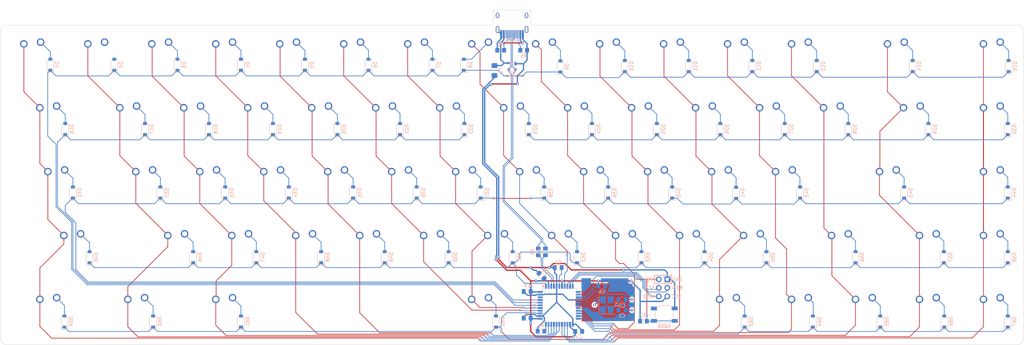
<source format=kicad_pcb>
(kicad_pcb (version 20241229) (generator "pcbnew") (generator_version "9.0")
  (layers (0 "F.Cu" signal) (2 "B.Cu" signal) (13 "F.Paste" user) (15 "B.Paste" user) (5 "F.SilkS" user "F.Silkscreen") (7 "B.SilkS" user "B.Silkscreen") (1 "F.Mask" user) (3 "B.Mask" user) (25 "Edge.Cuts" user))
  (net 0 "")
  (net 1 "GND")
  (net 2 "Net-(U1-UCAP)")
  (net 3 "XTAL2")
  (net 4 "XTAL1")
  (net 5 "+5V")
  (net 6 "row0")
  (net 7 "Net-(D1-A)")
  (net 8 "Net-(D2-A)")
  (net 9 "Net-(D3-A)")
  (net 10 "Net-(D4-A)")
  (net 11 "Net-(D5-A)")
  (net 12 "Net-(D6-A)")
  (net 13 "Net-(D7-A)")
  (net 14 "Net-(D8-A)")
  (net 15 "Net-(D9-A)")
  (net 16 "Net-(D10-A)")
  (net 17 "Net-(D11-A)")
  (net 18 "Net-(D12-A)")
  (net 19 "Net-(D13-A)")
  (net 20 "Net-(D14-A)")
  (net 21 "Net-(D15-A)")
  (net 22 "Net-(D16-A)")
  (net 23 "row1")
  (net 24 "Net-(D17-A)")
  (net 25 "Net-(D18-A)")
  (net 26 "Net-(D19-A)")
  (net 27 "Net-(D20-A)")
  (net 28 "Net-(D21-A)")
  (net 29 "Net-(D22-A)")
  (net 30 "Net-(D23-A)")
  (net 31 "Net-(D24-A)")
  (net 32 "Net-(D25-A)")
  (net 33 "Net-(D26-A)")
  (net 34 "Net-(D27-A)")
  (net 35 "Net-(D28-A)")
  (net 36 "Net-(D29-A)")
  (net 37 "Net-(D30-A)")
  (net 38 "Net-(D31-A)")
  (net 39 "row2")
  (net 40 "Net-(D32-A)")
  (net 41 "Net-(D33-A)")
  (net 42 "Net-(D34-A)")
  (net 43 "Net-(D35-A)")
  (net 44 "Net-(D36-A)")
  (net 45 "Net-(D37-A)")
  (net 46 "Net-(D38-A)")
  (net 47 "Net-(D39-A)")
  (net 48 "Net-(D40-A)")
  (net 49 "Net-(D41-A)")
  (net 50 "Net-(D42-A)")
  (net 51 "Net-(D43-A)")
  (net 52 "Net-(D44-A)")
  (net 53 "Net-(D45-A)")
  (net 54 "row3")
  (net 55 "Net-(D46-A)")
  (net 56 "Net-(D47-A)")
  (net 57 "Net-(D48-A)")
  (net 58 "Net-(D49-A)")
  (net 59 "Net-(D50-A)")
  (net 60 "Net-(D51-A)")
  (net 61 "Net-(D52-A)")
  (net 62 "Net-(D53-A)")
  (net 63 "Net-(D54-A)")
  (net 64 "Net-(D55-A)")
  (net 65 "Net-(D56-A)")
  (net 66 "Net-(D57-A)")
  (net 67 "Net-(D58-A)")
  (net 68 "Net-(D59-A)")
  (net 69 "row4")
  (net 70 "Net-(D60-A)")
  (net 71 "Net-(D61-A)")
  (net 72 "Net-(D62-A)")
  (net 73 "Net-(D63-A)")
  (net 74 "Net-(D64-A)")
  (net 75 "Net-(D65-A)")
  (net 76 "Net-(D66-A)")
  (net 77 "Net-(D67-A)")
  (net 78 "VCC")
  (net 79 "SCK")
  (net 80 "RESET")
  (net 81 "MISO")
  (net 82 "MOSI")
  (net 83 "Net-(U1-~{HWB}{slash}PE2)")
  (net 84 "D-")
  (net 85 "DN")
  (net 86 "D+")
  (net 87 "DP")
  (net 88 "Net-(USB1-CC2)")
  (net 89 "Net-(USB1-CC1)")
  (net 90 "col0")
  (net 91 "col1")
  (net 92 "col2")
  (net 93 "col3")
  (net 94 "col4")
  (net 95 "col5")
  (net 96 "col6")
  (net 97 "col7")
  (net 98 "col8")
  (net 99 "col9")
  (net 100 "col10")
  (net 101 "col11")
  (net 102 "col12")
  (net 103 "col13")
  (net 104 "col14")
  (footprint "Alps_Only:ALPS-2.25U" (layer "F.Cu") (at 38.895986 -82.562236)
    (property "Reference" "SW45")
    (property "Value" "SHIFT")
  )
  (footprint "Alps_Only:ALPS-1U" (layer "F.Cu") (at 312.739736 -82.562236)
    (property "Reference" "SW58")
    (property "Value" "F3")
  )
  (footprint "Alps_Only:ALPS-1U" (layer "F.Cu") (at 127.002236 -82.562236)
    (property "Reference" "SW49")
    (property "Value" "V")
  )
  (footprint "Alps_Only:ALPS-1U" (layer "F.Cu") (at 55.564736 -120.662236)
    (property "Reference" "SW17")
    (property "Value" "Q")
  )
  (footprint "Alps_Only:ALPS-1U" (layer "F.Cu") (at 117.477236 -101.612236)
    (property "Reference" "SW35")
    (property "Value" "F")
  )
  (footprint "Alps_Only:ALPS-1U" (layer "F.Cu") (at 88.902236 -82.562236)
    (property "Reference" "SW47")
    (property "Value" "X")
  )
  (footprint "Alps_Only:ALPS-1U" (layer "F.Cu") (at 203.202236 -82.562236)
    (property "Reference" "SW53")
    (property "Value" ",<")
  )
  (footprint "Alps_Only:ALPS-1U" (layer "F.Cu") (at 107.952236 -82.562236)
    (property "Reference" "SW48")
    (property "Value" "C")
  )
  (footprint "Alps_Only:ALPS-1U" (layer "F.Cu") (at 293.689736 -82.562236)
    (property "Reference" "SW57")
    (property "Value" "UP")
  )
  (footprint "Alps_Only:ALPS-1U" (layer "F.Cu") (at 274.639736 -63.512236)
    (property "Reference" "SW65")
    (property "Value" "LEFT")
  )
  (footprint "Alps_Only:ALPS-1U" (layer "F.Cu") (at 188.914736 -120.662236)
    (property "Reference" "SW24")
    (property "Value" "I")
  )
  (footprint "Alps_Only:ALPS-1U" (layer "F.Cu") (at 179.389736 -139.712236)
    (property "Reference" "SW9")
    (property "Value" "#8")
  )
  (footprint "Alps_Only:ALPS-1U" (layer "F.Cu") (at 265.114736 -120.662236)
    (property "Reference" "SW28")
    (property "Value" "}]")
  )
  (footprint "Alps_Only:ALPS-1U" (layer "F.Cu") (at 236.539736 -139.712236)
    (property "Reference" "SW12")
    (property "Value" "-_")
  )
  (footprint "Alps_Only:ALPS-1U" (layer "F.Cu") (at 122.239736 -139.712236)
    (property "Reference" "SW6")
    (property "Value" "#5")
  )
  (footprint "Alps_Only:ALPS-1U" (layer "F.Cu") (at 293.689736 -63.512236)
    (property "Reference" "SW66")
    (property "Value" "DOWN")
  )
  (footprint "Alps_Only:ALPS-1.25U" (layer "F.Cu") (at 57.945986 -63.512236)
    (property "Reference" "SW60")
    (property "Value" "ALT")
  )
  (footprint "Alps_Only:ALPS-1U" (layer "F.Cu") (at 312.739736 -120.662236)
    (property "Reference" "SW30")
    (property "Value" "F1")
  )
  (footprint "Alps_Only:ALPS-1U" (layer "F.Cu") (at 198.439736 -139.712236)
    (property "Reference" "SW10")
    (property "Value" "#9")
  )
  (footprint "Alps_Only:ALPS-1.75U" (layer "F.Cu") (at 34.133486 -101.612236)
    (property "Reference" "SW31")
    (property "Value" "CAPSLOCK")
  )
  (footprint "Alps_Only:ALPS-1U" (layer "F.Cu") (at 174.627236 -101.612236)
    (property "Reference" "SW38")
    (property "Value" "J")
  )
  (footprint "Alps_Only:ALPS-1U" (layer "F.Cu") (at 312.739736 -63.512236)
    (property "Reference" "SW67")
    (property "Value" "RIGHT")
  )
  (footprint "Alps_Only:ALPS-1.5U" (layer "F.Cu") (at 31.752236 -63.512236)
    (property "Reference" "SW59")
    (property "Value" "CTRL")
  )
  (footprint "Alps_Only:ALPS-1U" (layer "F.Cu") (at 160.339736 -139.712236)
    (property "Reference" "SW8")
    (property "Value" "#7")
  )
  (footprint "Alps_Only:ALPS-1U" (layer "F.Cu") (at 217.489736 -139.712236)
    (property "Reference" "SW11")
    (property "Value" "#0")
  )
  (footprint "Alps_Only:ALPS-1U" (layer "F.Cu") (at 312.739736 -139.712236)
    (property "Reference" "SW15")
    (property "Value" "DELETE")
  )
  (footprint "Alps_Only:ALPS-1U" (layer "F.Cu") (at 84.139736 -139.712236)
    (property "Reference" "SW4")
    (property "Value" "#3")
  )
  (footprint "Alps_Only:ALPS-1U" (layer "F.Cu") (at 184.152236 -82.562236)
    (property "Reference" "SW52")
    (property "Value" "M")
  )
  (footprint "Alps_Only:ALPS-2.25U" (layer "F.Cu") (at 281.783486 -101.612236)
    (property "Reference" "SW43")
    (property "Value" "ENTER")
  )
  (footprint "Alps_Only:ALPS-1U" (layer "F.Cu") (at 231.777236 -101.612236)
    (property "Reference" "SW41")
    (property "Value" ";:")
  )
  (footprint "Alps_Only:ALPS-1U" (layer "F.Cu") (at 246.064736 -120.662236)
    (property "Reference" "SW27")
    (property "Value" "[{")
  )
  (footprint "Alps_Only:ALPS-1U" (layer "F.Cu") (at 255.589736 -63.512236)
    (property "Reference" "SW64")
    (property "Value" "`~")
  )
  (footprint "Alps_Only:ALPS-1.5U" (layer "F.Cu") (at 288.927236 -120.662236)
    (property "Reference" "SW29")
    (property "Value" "\\|")
  )
  (footprint "Alps_Only:ALPS-1.5U" (layer "F.Cu") (at 84.139736 -63.512236)
    (property "Reference" "SW61")
    (property "Value" "COMMAND")
  )
  (footprint "Alps_Only:ALPS-1U" (layer "F.Cu") (at 112.714736 -120.662236)
    (property "Reference" "SW20")
    (property "Value" "R")
  )
  (footprint "Alps_Only:ALPS-1U" (layer "F.Cu") (at 150.814736 -120.662236)
    (property "Reference" "SW22")
    (property "Value" "Y")
  )
  (footprint "Alps_Only:ALPS-1U" (layer "F.Cu") (at 60.327236 -101.612236)
    (property "Reference" "SW32")
    (property "Value" "A")
  )
  (footprint "Alps_Only:ALPS-1U" (layer "F.Cu") (at 227.014736 -120.662236)
    (property "Reference" "SW26")
    (property "Value" "P")
  )
  (footprint "Alps_Only:ALPS-1U" (layer "F.Cu") (at 93.664736 -120.662236)
    (property "Reference" "SW19")
    (property "Value" "E")
  )
  (footprint "Alps_Only:ALPS-1U" (layer "F.Cu") (at 103.189736 -139.712236)
    (property "Reference" "SW5")
    (property "Value" "#4")
  )
  (footprint "Alps_Only:ALPS-1U" (layer "F.Cu") (at 169.864736 -120.662236)
    (property "Reference" "SW23")
    (property "Value" "U")
  )
  (footprint "Alps_Only:ALPS-1U" (layer "F.Cu") (at 146.052236 -82.562236)
    (property "Reference" "SW50")
    (property "Value" "B")
  )
  (footprint "Alps_Only:ALPS-1U" (layer "F.Cu") (at 255.589736 -139.712236)
    (property "Reference" "SW13")
    (property "Value" "=+")
  )
  (footprint "Alps_Only:ALPS-1U" (layer "F.Cu") (at 74.614736 -120.662236)
    (property "Reference" "SW18")
    (property "Value" "W")
  )
  (footprint "Alps_Only:ALPS-1U" (layer "F.Cu") (at 46.039736 -139.712236)
    (property "Reference" "SW2")
    (property "Value" "#1")
  )
  (footprint "Alps_Only:ALPS-1U" (layer "F.Cu") (at 26.989736 -139.712236)
    (property "Reference" "SW1")
    (property "Value" "ESC`")
  )
  (footprint "Alps_Only:ALPS-1U" (layer "F.Cu") (at 98.427236 -101.612236)
    (property "Reference" "SW34")
    (property "Value" "D")
  )
  (footprint "Alps_Only:ALPS-1U" (layer "F.Cu") (at 222.252236 -82.562236)
    (property "Reference" "SW54")
    (property "Value" ".>")
  )
  (footprint "Alps_Only:ALPS-1U" (layer "F.Cu") (at 212.727236 -101.612236)
    (property "Reference" "SW40")
    (property "Value" "L")
  )
  (footprint "Alps_Only:ALPS-1.75U" (layer "F.Cu") (at 267.495986 -82.562236)
    (property "Reference" "SW56")
    (property "Value" "FN")
  )
  (footprint "Alps_Only:ALPS-1U" (layer "F.Cu") (at 155.577236 -101.612236)
    (property "Reference" "SW37")
    (property "Value" "H")
  )
  (footprint "Alps_Only:ALPS-1.25U" (layer "F.Cu") (at 234.158486 -63.512236)
    (property "Reference" "SW63")
    (property "Value" "ALT")
  )
  (footprint "Alps_Only:ALPS-1U" (layer "F.Cu") (at 207.964736 -120.662236)
    (property "Reference" "SW25")
    (property "Value" "O")
  )
  (footprint "Alps_Only:ALPS-6.5U" (layer "F.Cu") (at 160.339736 -63.512236)
    (property "Reference" "SW62")
    (property "Value" "SPACE")
  )
  (footprint "Alps_Only:ALPS-1U" (layer "F.Cu") (at 250.827236 -101.612236)
    (property "Reference" "SW42")
    (property "Value" "'\"")
  )
  (footprint "Alps_Only:ALPS-1.5U" (layer "F.Cu") (at 31.752236 -120.662236)
    (property "Reference" "SW16")
    (property "Value" "TAB")
  )
  (footprint "Alps_Only:ALPS-1U" (layer "F.Cu") (at 193.677236 -101.612236)
    (property "Reference" "SW39")
    (property "Value" "K")
  )
  (footprint "Alps_Only:ALPS-1U" (layer "F.Cu") (at 65.089736 -139.712236)
    (property "Reference" "SW3")
    (property "Value" "#2")
  )
  (footprint "Alps_Only:ALPS-1U" (layer "F.Cu") (at 79.377236 -101.612236)
    (property "Reference" "SW33")
    (property "Value" "S")
  )
  (footprint "Alps_Only:ALPS-1U" (layer "F.Cu") (at 141.289736 -139.712236)
    (property "Reference" "SW7")
    (property "Value" "#6")
  )
  (footprint "Alps_Only:ALPS-1U" (layer "F.Cu") (at 136.527236 -101.612236)
    (property "Reference" "SW36")
    (property "Value" "G")
  )
  (footprint "Alps_Only:ALPS-1U" (layer "F.Cu") (at 131.764736 -120.662236)
    (property "Reference" "SW21")
    (property "Value" "T")
  )
  (footprint "Alps_Only:ALPS-1U" (layer "F.Cu") (at 69.852236 -82.562236)
    (property "Reference" "SW46")
    (property "Value" "Z")
  )
  (footprint "Alps_Only:ALPS-1U" (layer "F.Cu") (at 165.102236 -82.562236)
    (property "Reference" "SW51")
    (property "Value" "N")
  )
  (footprint "Alps_Only:ALPS-1U" (layer "F.Cu") (at 312.739736 -101.612236)
    (property "Reference" "SW44")
    (property "Value" "F2")
  )
  (footprint "Alps_Only:ALPS-1U" (layer "F.Cu") (at 241.302236 -82.562236)
    (property "Reference" "SW55")
    (property "Value" "/?")
  )
  (footprint "Alps_Only:ALPS-2U" (layer "F.Cu") (at 284.164736 -139.712236)
    (property "Reference" "SW14")
    (property "Value" "BACKSPACE")
  )
  (footprint "Diode_SMD:D_SOD-123" (layer "B.Cu") (at 108.193536 -137.476036 90)
    (property "Reference" "D5")
    (property "Value" "D")
  )
  (footprint "Resistor_SMD:R_0805_2012Metric_Pad1.20x1.40mm_HandSolder" (layer "B.Cu") (at 209 -61 180)
    (property "Reference" "R2")
    (property "Value" "10k")
  )
  (footprint "Diode_SMD:D_SOD-123" (layer "B.Cu") (at 98.668536 -118.299036 90)
    (property "Reference" "D19")
    (property "Value" "D")
  )
  (footprint "Diode_SMD:D_SOD-123" (layer "B.Cu") (at 65.140536 -99.378036 90)
    (property "Reference" "D32")
    (property "Value" "D")
  )
  (footprint "Diode_SMD:D_SOD-123" (layer "B.Cu") (at 272.150536 -80.074036 90)
    (property "Reference" "D56")
    (property "Value" "D")
  )
  (footprint "Diode_SMD:D_SOD-123" (layer "B.Cu") (at 298.439536 -80.074036 90)
    (property "Reference" "D57")
    (property "Value" "D")
  )
  (footprint "Resistor_SMD:R_0805_2012Metric_Pad1.20x1.40mm_HandSolder" (layer "B.Cu") (at 177.6868 -81.670599 -90)
    (property "Reference" "R3")
    (property "Value" "22")
  )
  (footprint "Diode_SMD:D_SOD-123" (layer "B.Cu") (at 317.743536 -137.095036 90)
    (property "Reference" "D15")
    (property "Value" "D")
  )
  (footprint "Diode_SMD:D_SOD-123" (layer "B.Cu") (at 212.968536 -118.299036 90)
    (property "Reference" "D25")
    (property "Value" "D")
  )
  (footprint "Diode_SMD:D_SOD-123" (layer "B.Cu") (at 136.514536 -118.299036 90)
    (property "Reference" "D21")
    (property "Value" "D")
  )
  (footprint "Diode_SMD:D_SOD-123" (layer "B.Cu") (at 279.516536 -60.897036 90)
    (property "Reference" "D65")
    (property "Value" "D")
  )
  (footprint "Package_QFP:TQFP-44_10x10mm_P0.8mm" (layer "B.Cu") (at 183.938036 -65.735036 -90)
    (property "Reference" "U1")
    (property "Value" "ATmega32U4-A")
  )
  (footprint "Capacitor_SMD:C_0805_2012Metric_Pad1.18x1.45mm_HandSolder" (layer "B.Cu") (at 202.65 -64.29375)
    (property "Reference" "C3")
    (property "Value" "22p")
  )
  (footprint "Diode_SMD:D_SOD-123" (layer "B.Cu") (at 39.105536 -99.378036 90)
    (property "Reference" "D31")
    (property "Value" "D")
  )
  (footprint "Diode_SMD:D_SOD-123" (layer "B.Cu") (at 236.590536 -99.28125 90)
    (property "Reference" "D41")
    (property "Value" "D")
  )
  (footprint "Diode_SMD:D_SOD-123" (layer "B.Cu") (at 239.130536 -60.897036 90)
    (property "Reference" "D63")
    (property "Value" "D")
  )
  (footprint "Diode_SMD:D_SOD-123" (layer "B.Cu") (at 32.374536 -137.476036 90)
    (property "Reference" "D1")
    (property "Value" "D")
  )
  (footprint "Diode_SMD:D_SOD-123" (layer "B.Cu") (at 317.489536 -80.074036 90)
    (property "Reference" "D58")
    (property "Value" "D")
  )
  (footprint "Diode_SMD:D_SOD-123" (layer "B.Cu") (at 241.416536 -137.095036 90)
    (property "Reference" "D12")
    (property "Value" "D")
  )
  (footprint "Diode_SMD:D_SOD-123" (layer "B.Cu") (at 293.867536 -118.299036 90)
    (property "Reference" "D29")
    (property "Value" "D")
  )
  (footprint "random-keyboard-parts:SOT143B" (layer "B.Cu") (at 169.880736 -137.030036 180)
    (property "Reference" "U2")
    (property "Value" "PRTR5V0U2X")
  )
  (footprint "Diode_SMD:D_SOD-123" (layer "B.Cu") (at 131.942536 -80.074036 90)
    (property "Reference" "D49")
    (property "Value" "D")
  )
  (footprint "Diode_SMD:D_SOD-123" (layer "B.Cu") (at 117.845536 -118.299036 90)
    (property "Reference" "D20")
    (property "Value" "D")
  )
  (footprint "Diode_SMD:D_SOD-123" (layer "B.Cu") (at 260.593536 -137.095036 90)
    (property "Reference" "D13")
    (property "Value" "D")
  )
  (footprint "Fuse:Fuse_1206_3216Metric_Pad1.42x1.75mm_HandSolder" (layer "B.Cu") (at 164.632336 -135.738736 90)
    (property "Reference" "F1")
    (property "Value" "500m")
  )
  (footprint "Diode_SMD:D_SOD-123" (layer "B.Cu") (at 179.440536 -99.378036 90)
    (property "Reference" "D38")
    (property "Value" "D")
  )
  (footprint "Diode_SMD:D_SOD-123" (layer "B.Cu") (at 141.467536 -99.378036 90)
    (property "Reference" "D36")
    (property "Value" "D")
  )
  (footprint "Diode_SMD:D_SOD-123" (layer "B.Cu") (at 174.868536 -118.299036 90)
    (property "Reference" "D23")
    (property "Value" "D")
  )
  (footprint "Capacitor_SMD:C_0805_2012Metric_Pad1.18x1.45mm_HandSolder" (layer "B.Cu") (at 196.60625 -71.4375)
    (property "Reference" "C6")
    (property "Value" "0.1u")
  )
  (footprint "Capacitor_SMD:C_0805_2012Metric_Pad1.18x1.45mm_HandSolder" (layer "B.Cu") (at 202.65 -67.46875)
    (property "Reference" "C2")
    (property "Value" "22p")
  )
  (footprint "Diode_SMD:D_SOD-123" (layer "B.Cu") (at 245.607536 -80.074036 90)
    (property "Reference" "D55")
    (property "Value" "D")
  )
  (footprint "Diode_SMD:D_SOD-123" (layer "B.Cu") (at 255.640536 -99.378036 90)
    (property "Reference" "D42")
    (property "Value" "D")
  )
  (footprint "Capacitor_SMD:C_0805_2012Metric_Pad1.18x1.45mm_HandSolder" (layer "B.Cu") (at 174.38125 -61.9125 180)
    (property "Reference" "C5")
    (property "Value" "0.1u")
  )
  (footprint "Diode_SMD:D_SOD-123" (layer "B.Cu") (at 217.540536 -99.378036 90)
    (property "Reference" "D40")
    (property "Value" "D")
  )
  (footprint "Diode_SMD:D_SOD-123" (layer "B.Cu") (at 160.517536 -99.378036 90)
    (property "Reference" "D37")
    (property "Value" "D")
  )
  (footprint "Diode_SMD:D_SOD-123" (layer "B.Cu") (at 36.819536 -118.299036 90)
    (property "Reference" "D16")
    (property "Value" "D")
  )
  (footprint "Resistor_SMD:R_0805_2012Metric_Pad1.20x1.40mm_HandSolder" (layer "B.Cu") (at 173.328536 -141.795036)
    (property "Reference" "R5")
    (property "Value" "5.1k")
  )
  (footprint "Diode_SMD:D_SOD-123" (layer "B.Cu") (at 286.628536 -99.378036 90)
    (property "Reference" "D43")
    (property "Value" "D")
  )
  (footprint "Diode_SMD:D_SOD-123" (layer "B.Cu") (at 36.565536 -60.897036 90)
    (property "Reference" "D59")
    (property "Value" "D")
  )
  (footprint "Diode_SMD:D_SOD-123" (layer "B.Cu") (at 317.489536 -60.897036 90)
    (property "Reference" "D67")
    (property "Value" "D")
  )
  (footprint "Diode_SMD:D_SOD-123" (layer "B.Cu") (at 146.166536 -137.476036 90)
    (property "Reference" "D7")
    (property "Value" "D")
  )
  (footprint "Diode_SMD:D_SOD-123" (layer "B.Cu") (at 113.019536 -80.074036 90)
    (property "Reference" "D48")
    (property "Value" "D")
  )
  (footprint "Diode_SMD:D_SOD-123" (layer "B.Cu") (at 79.618536 -118.299036 90)
    (property "Reference" "D18")
    (property "Value" "D")
  )
  (footprint "Diode_SMD:D_SOD-123" (layer "B.Cu") (at 62.981536 -60.897036 90)
    (property "Reference" "D60")
    (property "Value" "D")
  )
  (footprint "Capacitor_SMD:C_0805_2012Metric_Pad1.18x1.45mm_HandSolder" (layer "B.Cu") (at 178.653877 -74.552373 135)
    (property "Reference" "C8")
    (property "Value" "10u")
  )
  (footprint "Diode_SMD:D_SOD-123" (layer "B.Cu") (at 103.392936 -99.378036 90)
    (property "Reference" "D34")
    (property "Value" "D")
  )
  (footprint "Resistor_SMD:R_0805_2012Metric_Pad1.20x1.40mm_HandSolder" (layer "B.Cu") (at 178.5 -58 180)
    (property "Reference" "R1")
    (property "Value" "10k")
  )
  (footprint "Diode_SMD:D_SOD-123" (layer "B.Cu") (at 208.396536 -80.074036 90)
    (property "Reference" "D53")
    (property "Value" "D")
  )
  (footprint "Capacitor_SMD:C_0805_2012Metric_Pad1.18x1.45mm_HandSolder" (layer "B.Cu") (at 183.6 -76.99375 180)
    (property "Reference" "C1")
    (property "Value" "1u")
  )
  (footprint "Resistor_SMD:R_0805_2012Metric_Pad1.20x1.40mm_HandSolder" (layer "B.Cu") (at 166.477136 -141.795036 180)
    (property "Reference" "R6")
    (property "Value" "5.1k")
  )
  (footprint "Diode_SMD:D_SOD-123" (layer "B.Cu") (at 60.568536 -118.299036 90)
    (property "Reference" "D17")
    (property "Value" "D")
  )
  (footprint "Diode_SMD:D_SOD-123" (layer "B.Cu") (at 251.068536 -118.299036 90)
    (property "Reference" "D27")
    (property "Value" "D")
  )
  (footprint "Diode_SMD:D_SOD-123" (layer "B.Cu") (at 44.058536 -80.074036 90)
    (property "Reference" "D45")
    (property "Value" "D")
  )
  (footprint "Diode_SMD:D_SOD-123" (layer "B.Cu") (at 89.143536 -137.476036 90)
    (property "Reference" "D4")
    (property "Value" "D")
  )
  (footprint "Diode_SMD:D_SOD-123" (layer "B.Cu") (at 74.919536 -80.074036 90)
    (property "Reference" "D46")
    (property "Value" "D")
  )
  (footprint "Diode_SMD:D_SOD-123" (layer "B.Cu") (at 89.143536 -60.897036 90)
    (property "Reference" "D61")
    (property "Value" "D")
  )
  (footprint "Diode_SMD:D_SOD-123" (layer "B.Cu") (at 289.168536 -137.095036 90)
    (property "Reference" "D14")
    (property "Value" "D")
  )
  (footprint "Diode_SMD:D_SOD-123" (layer "B.Cu") (at 198.490536 -99.378036 90)
    (property "Reference" "D39")
    (property "Value" "D")
  )
  (footprint "Diode_SMD:D_SOD-123" (layer "B.Cu") (at 122.544536 -99.378036 90)
    (property "Reference" "D35")
    (property "Value" "D")
  )
  (footprint "Diode_SMD:D_SOD-123" (layer "B.Cu") (at 193.664536 -118.299036 90)
    (property "Reference" "D24")
    (property "Value" "D")
  )
  (footprint "Type-C:HRO-TYPE-C-31-M-12-HandSoldering" (layer "B.Cu") (at 169.862736 -154.787436)
    (property "Reference" "USB1")
    (property "Value" "HRO-TYPE-C-31-M-12")
  )
  (footprint "Resistor_SMD:R_0805_2012Metric_Pad1.20x1.40mm_HandSolder" (layer "B.Cu") (at 179.8044 -81.670599 -90)
    (property "Reference" "R4")
    (property "Value" "22")
  )
  (footprint "Diode_SMD:D_SOD-123" (layer "B.Cu") (at 203.443536 -137.095036 90)
    (property "Reference" "D10")
    (property "Value" "D")
  )
  (footprint "Diode_SMD:D_SOD-123" (layer "B.Cu") (at 222.493536 -137.095036 90)
    (property "Reference" "D11")
    (property "Value" "D")
  )
  (footprint "Diode_SMD:D_SOD-123" (layer "B.Cu") (at 84.444536 -99.378036 90)
    (property "Reference" "D33")
    (property "Value" "D")
  )
  (footprint "Capacitor_SMD:C_0805_2012Metric_Pad1.18x1.45mm_HandSolder" (layer "B.Cu") (at 174.38125 -69.85 180)
    (property "Reference" "C7")
    (property "Value" "0.1u")
  )
  (footprint "Diode_SMD:D_SOD-123" (layer "B.Cu") (at 93.715536 -80.074036 90)
    (property "Reference" "D47")
    (property "Value" "D")
  )
  (footprint "Diode_SMD:D_SOD-123" (layer "B.Cu") (at 155.691536 -118.299036 90)
    (property "Reference" "D22")
    (property "Value" "D")
  )
  (footprint "Diode_SMD:D_SOD-123" (layer "B.Cu") (at 127.116536 -137.476036 90)
    (property "Reference" "D6")
    (property "Value" "D")
  )
  (footprint "Diode_SMD:D_SOD-123" (layer "B.Cu") (at 150.992536 -80.074036 90)
    (property "Reference" "D50")
    (property "Value" "D")
  )
  (footprint "Capacitor_SMD:C_0805_2012Metric_Pad1.18x1.45mm_HandSolder" (layer "B.Cu") (at 189.70625 -57.94375)
    (property "Reference" "C4")
    (property "Value" "0.1u")
  )
  (footprint "Diode_SMD:D_SOD-123" (layer "B.Cu") (at 317.489536 -99.378036 90)
    (property "Reference" "D44")
    (property "Value" "D")
  )
  (footprint "random-keyboard-parts:Reset_Pretty-Mask" (layer "B.Cu") (at 214.83 -70.94)
    (property "Reference" "J1")
    (property "Value" "AVR-ISP-6")
  )
  (footprint "Diode_SMD:D_SOD-123" (layer "B.Cu") (at 269.991536 -118.299036 90)
    (property "Reference" "D28")
    (property "Value" "D")
  )
  (footprint "Diode_SMD:D_SOD-123" (layer "B.Cu") (at 227.192536 -80.074036 90)
    (property "Reference" "D54")
    (property "Value" "D")
  )
  (footprint "Diode_SMD:D_SOD-123" (layer "B.Cu") (at 155.513736 -137.476036 90)
    (property "Reference" "D8")
    (property "Value" "D")
  )
  (footprint "Diode_SMD:D_SOD-123" (layer "B.Cu") (at 189.219536 -80.074036 90)
    (property "Reference" "D52")
    (property "Value" "D")
  )
  (footprint "Button_Switch_SMD:SW_SPST_SKQG_WithStem" (layer "B.Cu") (at 215.2 -62.95)
    (property "Reference" "SW68")
    (property "Value" "SW_Push_Reset")
  )
  (footprint "Diode_SMD:D_SOD-123" (layer "B.Cu") (at 298.566536 -60.897036 90)
    (property "Reference" "D66")
    (property "Value" "D")
  )
  (footprint "Diode_SMD:D_SOD-123" (layer "B.Cu") (at 231.891536 -118.299036 90)
    (property "Reference" "D26")
    (property "Value" "D")
  )
  (footprint "Diode_SMD:D_SOD-123" (layer "B.Cu") (at 184.266536 -136.968036 90)
    (property "Reference" "D9")
    (property "Value" "D")
  )
  (footprint "Crystal:Crystal_SMD_3225-4Pin_3.2x2.5mm_HandSoldering" (layer "B.Cu") (at 198.077136 -65.952836 90)
    (property "Reference" "Y1")
    (property "Value" "XTAL")
  )
  (footprint "Diode_SMD:D_SOD-123" (layer "B.Cu") (at 259.450536 -60.897036 90)
    (property "Reference" "D64")
    (property "Value" "D")
  )
  (footprint "Diode_SMD:D_SOD-123" (layer "B.Cu") (at 165.089536 -60.897036 90)
    (property "Reference" "D62")
    (property "Value" "D")
  )
  (footprint "Diode_SMD:D_SOD-123" (layer "B.Cu") (at 317.489536 -118.299036 90)
    (property "Reference" "D30")
    (property "Value" "D")
  )
  (footprint "Diode_SMD:D_SOD-123" (layer "B.Cu") (at 70.220536 -137.476036 90)
    (property "Reference" "D3")
    (property "Value" "D")
  )
  (footprint "Diode_SMD:D_SOD-123" (layer "B.Cu") (at 51.424536 -137.476036 90)
    (property "Reference" "D2")
    (property "Value" "D")
  )
  (footprint "Diode_SMD:D_SOD-123" (layer "B.Cu") (at 170.042536 -80.074036 90)
    (property "Reference" "D51")
    (property "Value" "D")
  )
  (gr_arc (start 19.460852 -53.985852) (mid 18.046596 -54.571615) (end 17.460786 -55.985852) (stroke (width 0.1)) (layer "Edge.Cuts"))
  (gr_line (start 320.260852 -53.99572) (end 19.460852 -53.985852) (stroke (width 0.1)) (layer "Edge.Cuts"))
  (gr_line (start 176.41875 -149.235786) (end 320.260786 -149.235786) (stroke (width 0.1)) (layer "Edge.Cuts"))
  (gr_line (start 175.41875 -150.235786) (end 175.41875 -153.795786) (stroke (width 0.1)) (layer "Edge.Cuts"))
  (gr_arc (start 176.41875 -149.235786) (mid 175.711606 -149.528661) (end 175.41875 -150.235786) (stroke (width 0.1)) (layer "Edge.Cuts"))
  (gr_arc (start 320.260786 -149.235786) (mid 321.675 -148.65) (end 322.260786 -147.235786) (stroke (width 0.1)) (layer "Edge.Cuts"))
  (gr_line (start 164.30625 -150.235786) (end 164.30625 -153.795786) (stroke (width 0.1)) (layer "Edge.Cuts"))
  (gr_line (start 17.460786 -55.985852) (end 17.460786 -147.235786) (stroke (width 0.1)) (layer "Edge.Cuts"))
  (gr_line (start 322.260786 -147.235786) (end 322.260786 -55.99572) (stroke (width 0.1)) (layer "Edge.Cuts"))
  (gr_arc (start 322.260786 -55.99572) (mid 321.675035 -54.581508) (end 320.260852 -53.99572) (stroke (width 0.1)) (layer "Edge.Cuts"))
  (gr_arc (start 17.460786 -147.235786) (mid 18.046572 -148.65) (end 19.460786 -149.235786) (stroke (width 0.1)) (layer "Edge.Cuts"))
  (gr_line (start 164.30625 -153.795786) (end 175.41875 -153.795786) (stroke (width 0.1)) (layer "Edge.Cuts"))
  (gr_line (start 163.314685 -149.235786) (end 19.460786 -149.235786) (stroke (width 0.1)) (layer "Edge.Cuts"))
  (gr_arc (start 164.30625 -150.235786) (mid 164.013349 -149.528706) (end 163.30625 -149.235786) (stroke (width 0.1)) (layer "Edge.Cuts"))
  (segment (start 168.304322 -76.99375) (end 168.289661 -77.008411) (width 0.381) (layer "F.Cu") (net 1))
  (segment (start 168.289661 -77.008411) (end 165.89375 -79.404322) (width 0.381) (layer "F.Cu") (net 1))
  (segment (start 182.18125 -78.2) (end 180.975 -76.99375) (width 0.381) (layer "F.Cu") (net 1))
  (segment (start 163.836686 -131.7625) (end 163.674593 -131.600407) (width 0.381) (layer "F.Cu") (net 1))
  (segment (start 165.89375 -79.404322) (end 165.89375 -80.16875) (width 0.381) (layer "F.Cu") (net 1))
  (segment (start 203.1 -76.29375) (end 187.50625 -76.29375) (width 0.381) (layer "F.Cu") (net 1))
  (segment (start 187.50625 -76.29375) (end 185.6 -78.2) (width 0.381) (layer "F.Cu") (net 1))
  (segment (start 175.41875 -76.99375) (end 168.304322 -76.99375) (width 0.381) (layer "F.Cu") (net 1))
  (segment (start 180.975 -76.99375) (end 175.41875 -76.99375) (width 0.381) (layer "F.Cu") (net 1))
  (segment (start 171.45 -131.7625) (end 163.836686 -131.7625) (width 0.381) (layer "F.Cu") (net 1))
  (segment (start 185.6 -78.2) (end 182.18125 -78.2) (width 0.381) (layer "F.Cu") (net 1))
  (via (at 205.58125 -67.46875) (size 0.8) (drill 0.4) (layers "F.Cu" "B.Cu") (net 1))
  (via (at 171.45 -131.7625) (size 0.8) (drill 0.4) (layers "F.Cu" "B.Cu") (net 1))
  (via (at 203.1 -76.29375) (size 0.8) (drill 0.4) (layers "F.Cu" "B.Cu") (net 1))
  (via (at 165.89375 -80.16875) (size 0.8) (drill 0.4) (layers "F.Cu" "B.Cu") (net 1))
  (via (at 180.975 -76.99375) (size 0.8) (drill 0.4) (layers "F.Cu" "B.Cu") (net 1))
  (via (at 194.46875 -65.88125) (size 0.8) (drill 0.4) (layers "F.Cu" "B.Cu") (net 1))
  (via (at 163.674593 -131.600407) (size 0.8) (drill 0.4) (layers "F.Cu" "B.Cu") (net 1))
  (via (at 205.58125 -64.29375) (size 0.8) (drill 0.4) (layers "F.Cu" "B.Cu") (net 1))
  (via (at 175.41875 -76.99375) (size 0.8) (drill 0.4) (layers "F.Cu" "B.Cu") (net 1))
  (segment (start 196.927136 -66.86698) (end 199.227136 -64.56698) (width 0.381) (layer "B.Cu") (net 1))
  (segment (start 190.74375 -57.94375) (end 190.74375 -58.241286) (width 0.381) (layer "B.Cu") (net 1))
  (segment (start 216.1 -75.5) (end 216.1 -73.48) (width 0.381) (layer "B.Cu") (net 1))
  (segment (start 173.280036 -135.973786) (end 171.45 -134.14375) (width 0.381) (layer "B.Cu") (net 1))
  (segment (start 183.138036 -71.397536) (end 183.125 -71.3845) (width 0.381) (layer "B.Cu") (net 1))
  (segment (start 188.9125 -60.072536) (end 187.938036 -60.072536) (width 0.381) (layer "B.Cu") (net 1))
  (segment (start 199.227136 -64.56698) (end 199.227136 -64.502836) (width 0.381) (layer "B.Cu") (net 1))
  (segment (start 177.920254 -75.285996) (end 177.00625 -76.2) (width 0.381) (layer "B.Cu") (net 1))
  (segment (start 183.138036 -66.660037) (end 179.013035 -62.535036) (width 0.381) (layer "B.Cu") (net 1))
  (segment (start 197.64375 -69.85) (end 197.64375 -71.4375) (width 0.381) (layer "B.Cu") (net 1))
  (segment (start 196.927136 -67.402836) (end 196.927136 -66.86698) (width 0.381) (layer "B.Cu") (net 1))
  (segment (start 194.46875 -69.85) (end 197.64375 -69.85) (width 0.381) (layer "B.Cu") (net 1))
  (segment (start 173.280036 -137.780036) (end 173.280036 -135.973786) (width 0.381) (layer "B.Cu") (net 1))
  (segment (start 183.138036 -69.05625) (end 183.138036 -66.660037) (width 0.381) (layer "B.Cu") (net 1))
  (segment (start 182.5625 -75.40625) (end 182.5625 -76.99375) (width 0.381) (layer "B.Cu") (net 1))
  (segment (start 161.71325 -129.933928) (end 163.379729 -131.600407) (width 0.381) (layer "B.Cu") (net 1))
  (segment (start 174.328536 -143.790815) (end 174.328536 -141.795036) (width 0.381) (layer "B.Cu") (net 1))
  (segment (start 191.953786 -67.335036) (end 194.46875 -69.85) (width 0.381) (layer "B.Cu") (net 1))
  (segment (start 174.328536 -138.828536) (end 173.280036 -137.780036) (width 0.381) (layer "B.Cu") (net 1))
  (segment (start 189.600536 -67.335036) (end 191.953786 -67.335036) (width 0.381) (layer "B.Cu") (net 1))
  (segment (start 196.927136 -67.402836) (end 195.990336 -67.402836) (width 0.381) (layer "B.Cu") (net 1))
  (segment (start 203.6875 -65.39375) (end 203.2 -65.88125) (width 0.381) (layer "B.Cu") (net 1))
  (segment (start 174.46025 -68.7335) (end 173.34375 -69.85) (width 0.381) (layer "B.Cu") (net 1))
  (segment (start 190.74375 -58.241286) (end 188.9125 -60.072536) (width 0.381) (layer "B.Cu") (net 1))
  (segment (start 177.5 -59.123928) (end 177.5 -58) (width 0.381) (layer "B.Cu") (net 1))
  (segment (start 165.542736 -148.007436) (end 165.542736 -147.687436) (width 0.381) (layer "B.Cu") (net 1))
  (segment (start 182.5625 -76.99375) (end 180.975 -76.99375) (width 0.381) (layer "B.Cu") (net 1))
  (segment (start 184.94375 -69.05625) (end 183.138036 -69.05625) (width 0.381) (layer "B.Cu") (net 1))
  (segment (start 218.3 -64.8) (end 218.3 -72.3) (width 0.381) (layer "B.Cu") (net 1))
  (segment (start 173.280036 -137.780036) (end 170.880736 -137.780036) (width 0.381) (layer "B.Cu") (net 1))
  (segment (start 187.938036 -61.860037) (end 187.938036 -60.072536) (width 0.381) (layer "B.Cu") (net 1))
  (segment (start 176.6835 -63.029) (end 177.177464 -62.535036) (width 0.381) (layer "B.Cu") (net 1))
  (segment (start 174.328536 -141.795036) (end 174.328536 -138.828536) (width 0.381) (layer "B.Cu") (net 1))
  (segment (start 217.12 -73.48) (end 216.1 -73.48) (width 0.381) (layer "B.Cu") (net 1))
  (segment (start 176.925928 -68.7335) (end 174.46025 -68.7335) (width 0.381) (layer "B.Cu") (net 1))
  (segment (start 183.138036 -66.660037) (end 187.938036 -61.860037) (width 0.381) (layer "B.Cu") (net 1))
  (segment (start 199.440336 -64.502836) (end 200.81875 -65.88125) (width 0.381) (layer "B.Cu") (net 1))
  (segment (start 174.154 -63.029) (end 176.6835 -63.029) (width 0.381) (layer "B.Cu") (net 1))
  (segment (start 178.275536 -68.935036) (end 179.266286 -68.935036) (width 0.381) (layer "B.Cu") (net 1))
  (segment (start 161.71325 -108.191072) (end 161.71325 -129.933928) (width 0.381) (layer "B.Cu") (net 1))
  (segment (start 215.30625 -76.29375) (end 216.1 -75.5) (width 0.381) (layer "B.Cu") (net 1))
  (segment (start 173.34375 -62.21875) (end 174.154 -63.029) (width 0.381) (layer "B.Cu") (net 1))
  (segment (start 203.6875 -64.29375) (end 203.6875 -65.39375) (width 0.381) (layer "B.Cu") (net 1))
  (segment (start 163.379729 -131.600407) (end 163.674593 -131.600407) (width 0.381) (layer "B.Cu") (net 1))
  (segment (start 177.177464 -62.535036) (end 178.275536 -62.535036) (width 0.381) (layer "B.Cu") (net 1))
  (segment (start 183.138036 -71.397536) (end 183.138036 -74.830714) (width 0.381) (layer "B.Cu") (net 1))
  (segment (start 173.34375 -61.9125) (end 173.34375 -62.21875) (width 0.381) (layer "B.Cu") (net 1))
  (segment (start 173.087736 -146.592436) (end 173.087736 -145.031615) (width 0.381) (layer "B.Cu") (net 1))
  (segment (start 199.227136 -64.502836) (end 199.440336 -64.502836) (width 0.381) (layer "B.Cu") (net 1))
  (segment (start 183.138036 -71.397536) (end 183.138036 -69.05625) (width 0.381) (layer "B.Cu") (net 1))
  (segment (start 166.637736 -145.257087) (end 166.637736 -146.592436) (width 0.381) (layer "B.Cu") (net 1))
  (segment (start 203.6875 -67.46875) (end 203.6875 -66.36875) (width 0.381) (layer "B.Cu") (net 1))
  (segment (start 165.542736 -147.687436) (end 166.637736 -146.592436) (width 0.381) (layer "B.Cu") (net 1))
  (segment (start 165.89375 -80.16875) (end 165.89375 -104.010572) (width 0.381) (layer "B.Cu") (net 1))
  (segment (start 203.6875 -67.46875) (end 203.6875 -68.56875) (width 0.381) (layer "B.Cu") (net 1))
  (segment (start 179.266286 -68.935036) (end 179.3875 -69.05625) (width 0.381) (layer "B.Cu") (net 1))
  (segment (start 178.235286 -62.494786) (end 178.275536 -62.535036) (width 0.381) (layer "B.Cu") (net 1))
  (segment (start 197.64375 -69.85) (end 198.4375 -69.05625) (width 0.381) (layer "B.Cu") (net 1))
  (segment (start 165.477136 -144.096487) (end 166.637736 -145.257087) (width 0.381) (layer "B.Cu") (net 1))
  (segment (start 165.477136 -144.096487) (end 165.477136 -141.795036) (width 0.381) (layer "B.Cu") (net 1))
  (segment (start 189.600536 -67.335036) (end 186.664964 -67.335036) (width 0.381) (layer "B.Cu") (net 1))
  (segment (start 179.5 -62.048071) (end 179.5 -61.123928) (width 0.381) (layer "B.Cu") (net 1))
  (segment (start 195.990336 -67.402836) (end 194.46875 -65.88125) (width 0.381) (layer "B.Cu") (net 1))
  (segment (start 177.00625 -76.2) (end 176.2125 -76.2) (width 0.381) (layer "B.Cu") (net 1))
  (segment (start 203.6875 -67.46875) (end 205.58125 -67.46875) (width 0.381) (layer "B.Cu") (net 1))
  (segment (start 179.5 -61.123928) (end 177.5 -59.123928) (width 0.381) (layer "B.Cu") (net 1))
  (segment (start 165.89375 -104.010572) (end 161.71325 -108.191072) (width 0.381) (layer "B.Cu") (net 1))
  (segment (start 178.275536 -68.935036) (end 177.127464 -68.935036) (width 0.381) (layer "B.Cu") (net 1))
  (segment (start 186.664964 -67.335036) (end 184.94375 -69.05625) (width 0.381) (layer "B.Cu") (net 1))
  (segment (start 179.013035 -62.535036) (end 178.275536 -62.535036) (width 0.381) (layer "B.Cu") (net 1))
  (segment (start 203.1 -76.29375) (end 215.30625 -76.29375) (width 0.381) (layer "B.Cu") (net 1))
  (segment (start 173.087736 -145.031615) (end 174.328536 -143.790815) (width 0.381) (layer "B.Cu") (net 1))
  (segment (start 218.3 -72.3) (end 217.12 -73.48) (width 0.381) (layer "B.Cu") (net 1))
  (segment (start 183.138036 -74.830714) (end 182.5625 -75.40625) (width 0.381) (layer "B.Cu") (net 1))
  (segment (start 179.013035 -62.535036) (end 179.5 -62.048071) (width 0.381) (layer "B.Cu") (net 1))
  (segment (start 203.6875 -68.56875) (end 203.2 -69.05625) (width 0.381) (layer "B.Cu") (net 1))
  (segment (start 171.45 -134.14375) (end 171.45 -131.7625) (width 0.381) (layer "B.Cu") (net 1))
  (segment (start 203.6875 -66.36875) (end 203.2 -65.88125) (width 0.381) (layer "B.Cu") (net 1))
  (segment (start 198.4375 -69.05625) (end 203.2 -69.05625) (width 0.381) (layer "B.Cu") (net 1))
  (segment (start 200.81875 -65.88125) (end 203.2 -65.88125) (width 0.381) (layer "B.Cu") (net 1))
  (segment (start 177.127464 -68.935036) (end 176.925928 -68.7335) (width 0.381) (layer "B.Cu") (net 1))
  (segment (start 179.3875 -69.05625) (end 183.138036 -69.05625) (width 0.381) (layer "B.Cu") (net 1))
  (segment (start 203.6875 -64.29375) (end 205.58125 -64.29375) (width 0.381) (layer "B.Cu") (net 1))
  (segment (start 176.2125 -76.2) (end 175.41875 -76.99375) (width 0.381) (layer "B.Cu") (net 1))
  (segment (start 184.6375 -75.1) (end 183.938036 -74.400536) (width 0.2) (layer "B.Cu") (net 2))
  (segment (start 183.938036 -71.397536) (end 183.938036 -74.400536) (width 0.2) (layer "B.Cu") (net 2))
  (segment (start 184.6375 -76.99375) (end 184.6375 -75.1) (width 0.2) (layer "B.Cu") (net 2))
  (segment (start 197.573722 -69.05625) (end 195.2625 -69.05625) (width 0.2) (layer "B.Cu") (net 3))
  (segment (start 199.227136 -67.402836) (end 201.546586 -67.402836) (width 0.2) (layer "B.Cu") (net 3))
  (segment (start 192.741286 -66.535036) (end 189.600536 -66.535036) (width 0.2) (layer "B.Cu") (net 3))
  (segment (start 199.227136 -67.402836) (end 197.573722 -69.05625) (width 0.2) (layer "B.Cu") (net 3))
  (segment (start 201.546586 -67.402836) (end 201.6125 -67.46875) (width 0.2) (layer "B.Cu") (net 3))
  (segment (start 195.2625 -69.05625) (end 192.741286 -66.535036) (width 0.2) (layer "B.Cu") (net 3))
  (segment (start 192.764964 -65.735036) (end 194 -64.5) (width 0.2) (layer "B.Cu") (net 4))
  (segment (start 200.025 -62.70625) (end 197.64375 -62.70625) (width 0.2) (layer "B.Cu") (net 4))
  (segment (start 189.600536 -65.735036) (end 192.764964 -65.735036) (width 0.2) (layer "B.Cu") (net 4))
  (segment (start 201.6125 -64.29375) (end 200.025 -62.70625) (width 0.2) (layer "B.Cu") (net 4))
  (segment (start 194 -64.5) (end 194.002836 -64.502836) (width 0.2) (layer "B.Cu") (net 4))
  (segment (start 197.64375 -62.70625) (end 196.927136 -63.422864) (width 0.2) (layer "B.Cu") (net 4))
  (segment (start 194.002836 -64.502836) (end 196.927136 -64.502836) (width 0.2) (layer "B.Cu") (net 4))
  (segment (start 196.927136 -63.422864) (end 196.927136 -64.502836) (width 0.2) (layer "B.Cu") (net 4))
  (segment (start 195.56875 -73) (end 205.3 -73) (width 0.381) (layer "F.Cu") (net 5))
  (segment (start 184.738036 -73) (end 195.56875 -73) (width 0.381) (layer "F.Cu") (net 5))
  (segment (start 177.00625 -56.35625) (end 175.41875 -57.94375) (width 0.381) (layer "F.Cu") (net 5))
  (segment (start 175.41875 -57.94375) (end 175.41875 -60.325) (width 0.381) (layer "F.Cu") (net 5))
  (segment (start 168.275 -76.2) (end 172.24375 -76.2) (width 0.381) (layer "F.Cu") (net 5))
  (segment (start 175.41875 -60.325) (end 175.41875 -71.4375) (width 0.381) (layer "F.Cu") (net 5))
  (segment (start 175.41875 -71.4375) (end 175.41875 -73.025) (width 0.381) (layer "F.Cu") (net 5))
  (segment (start 165.1 -79.375) (end 168.275 -76.2) (width 0.381) (layer "F.Cu") (net 5))
  (segment (start 172.24375 -76.2) (end 175.41875 -73.025) (width 0.381) (layer "F.Cu") (net 5))
  (segment (start 175.41875 -73.025) (end 177.00625 -73.025) (width 0.381) (layer "F.Cu") (net 5))
  (segment (start 184.713036 -73.025) (end 184.738036 -73) (width 0.381) (layer "F.Cu") (net 5))
  (segment (start 188.11875 -56.35625) (end 177.00625 -56.35625) (width 0.381) (layer "F.Cu") (net 5))
  (segment (start 177.00625 -73.025) (end 184.713036 -73.025) (width 0.381) (layer "F.Cu") (net 5))
  (via (at 184.738036 -73) (size 0.8) (drill 0.4) (layers "F.Cu" "B.Cu") (net 5))
  (via (at 177.00625 -73.025) (size 0.8) (drill 0.4) (layers "F.Cu" "B.Cu") (net 5))
  (via (at 175.41875 -60.325) (size 0.8) (drill 0.4) (layers "F.Cu" "B.Cu") (net 5))
  (via (at 205.3 -73) (size 0.8) (drill 0.4) (layers "F.Cu" "B.Cu") (net 5))
  (via (at 195.56875 -73) (size 0.8) (drill 0.4) (layers "F.Cu" "B.Cu") (net 5))
  (via (at 175.41875 -71.4375) (size 0.8) (drill 0.4) (layers "F.Cu" "B.Cu") (net 5))
  (via (at 165.1 -79.375) (size 0.8) (drill 0.4) (layers "F.Cu" "B.Cu") (net 5))
  (via (at 188.11875 -56.35625) (size 0.8) (drill 0.4) (layers "F.Cu" "B.Cu") (net 5))
  (segment (start 165.31175 -80.706101) (end 165.1 -80.494351) (width 0.381) (layer "B.Cu") (net 5))
  (segment (start 180.738036 -72.468214) (end 179.3875 -73.81875) (width 0.381) (layer "B.Cu") (net 5))
  (segment (start 175.533714 -69.735036) (end 175.41875 -69.85) (width 0.381) (layer "B.Cu") (net 5))
  (segment (start 214.6 -66.9) (end 208 -66.9) (width 0.381) (layer "B.Cu") (net 5))
  (segment (start 178.59375 -73.025) (end 179.3875 -73.81875) (width 0.381) (layer "B.Cu") (net 5))
  (segment (start 163.346742 -132.391907) (end 162.883093 -131.928258) (width 0.381) (layer "B.Cu") (net 5))
  (segment (start 216.1 -68.4) (end 214.6 -66.9) (width 0.381) (layer "B.Cu") (net 5))
  (segment (start 175.41875 -60.325) (end 175.41875 -61.9125) (width 0.381) (layer "B.Cu") (net 5))
  (segment (start 164.632336 -134.251236) (end 165.1 -133.783572) (width 0.381) (layer "B.Cu") (net 5))
  (segment (start 178.275536 -61.735036) (end 175.596214 -61.735036) (width 0.381) (layer "B.Cu") (net 5))
  (segment (start 161.13125 -107.95) (end 165.31175 -103.7695) (width 0.381) (layer "B.Cu") (net 5))
  (segment (start 188.529323 -57.94375) (end 188.66875 -57.94375) (width 0.381) (layer "B.Cu") (net 5))
  (segment (start 195.56875 -71.4375) (end 195.56875 -73) (width 0.381) (layer "B.Cu") (net 5))
  (segment (start 161.13125 -130.175) (end 161.13125 -107.95) (width 0.381) (layer "B.Cu") (net 5))
  (segment (start 180.738036 -71.397536) (end 180.738036 -72.468214) (width 0.381) (layer "B.Cu") (net 5))
  (segment (start 205.3 -73) (end 207.9 -70.4) (width 0.381) (layer "B.Cu") (net 5))
  (segment (start 164.632336 -133.676086) (end 163.348157 -132.391907) (width 0.381) (layer "B.Cu") (net 5))
  (segment (start 188.66875 -57.94375) (end 188.66875 -56.90625) (width 0.381) (layer "B.Cu") (net 5))
  (segment (start 194.84375 -71.4375) (end 195.56875 -71.4375) (width 0.381) (layer "B.Cu") (net 5))
  (segment (start 165.31175 -103.7695) (end 165.31175 -80.706101) (width 0.381) (layer "B.Cu") (net 5))
  (segment (start 163.348157 -132.391907) (end 163.346742 -132.391907) (width 0.381) (layer "B.Cu") (net 5))
  (segment (start 208 -66.9) (end 208 -61) (width 0.381) (layer "B.Cu") (net 5))
  (segment (start 178.275536 -69.735036) (end 175.533714 -69.735036) (width 0.381) (layer "B.Cu") (net 5))
  (segment (start 187.138036 -60.072536) (end 187.138036 -59.335037) (width 0.381) (layer "B.Cu") (net 5))
  (segment (start 184.738036 -73) (end 184.738036 -71.397536) (width 0.381) (layer "B.Cu") (net 5))
  (segment (start 188.66875 -56.90625) (end 188.11875 -56.35625) (width 0.381) (layer "B.Cu") (net 5))
  (segment (start 164.632336 -134.251236) (end 164.632336 -133.676086) (width 0.381) (layer "B.Cu") (net 5))
  (segment (start 187.138036 -59.335037) (end 188.529323 -57.94375) (width 0.381) (layer "B.Cu") (net 5))
  (segment (start 208 -70.4) (end 208 -66.9) (width 0.381) (layer "B.Cu") (net 5))
  (segment (start 191.541286 -68.135036) (end 189.600536 -68.135036) (width 0.381) (layer "B.Cu") (net 5))
  (segment (start 207.9 -70.4) (end 208 -70.4) (width 0.381) (layer "B.Cu") (net 5))
  (segment (start 191.541286 -68.135036) (end 194.84375 -71.4375) (width 0.381) (layer "B.Cu") (net 5))
  (segment (start 177.00625 -73.025) (end 178.59375 -73.025) (width 0.381) (layer "B.Cu") (net 5))
  (segment (start 165.1 -80.494351) (end 165.1 -79.375) (width 0.381) (layer "B.Cu") (net 5))
  (segment (start 162.883093 -131.926843) (end 161.13125 -130.175) (width 0.381) (layer "B.Cu") (net 5))
  (segment (start 175.41875 -71.4375) (end 175.41875 -69.85) (width 0.381) (layer "B.Cu") (net 5))
  (segment (start 175.596214 -61.735036) (end 175.41875 -61.9125) (width 0.381) (layer "B.Cu") (net 5))
  (segment (start 162.883093 -131.928258) (end 162.883093 -131.926843) (width 0.381) (layer "B.Cu") (net 5))
  (segment (start 168.275 -134.14375) (end 173.0375 -134.14375) (width 0.2) (layer "F.Cu") (net 6))
  (via (at 173.0375 -134.14375) (size 0.6) (drill 0.3) (layers "F.Cu" "B.Cu") (net 6))
  (via (at 168.275 -134.14375) (size 0.6) (drill 0.3) (layers "F.Cu" "B.Cu") (net 6))
  (segment (start 43.3 -71.9) (end 38.7 -76.5) (width 0.2) (layer "B.Cu") (net 6))
  (segment (start 241.416536 -135.445036) (end 243.098822 -133.76275) (width 0.2) (layer "B.Cu") (net 6))
  (segment (start 108.193536 -135.826036) (end 109.875822 -134.14375) (width 0.2) (layer "B.Cu") (net 6))
  (segment (start 34.056822 -134.14375) (end 49.74225 -134.14375) (width 0.2) (layer "B.Cu") (net 6))
  (segment (start 34.1 -113.7) (end 31.6 -116.2) (width 0.2) (layer "B.Cu") (net 6))
  (segment (start 31.6 -135.0515) (end 32.374536 -135.826036) (width 0.2) (layer "B.Cu") (net 6))
  (segment (start 290.850822 -133.76275) (end 316.06125 -133.76275) (width 0.2) (layer "B.Cu") (net 6))
  (segment (start 109.875822 -134.14375) (end 125.43425 -134.14375) (width 0.2) (layer "B.Cu") (net 6))
  (segment (start 87.46125 -134.14375) (end 89.143536 -135.826036) (width 0.2) (layer "B.Cu") (net 6))
  (segment (start 224.175822 -133.76275) (end 239.73425 -133.76275) (width 0.2) (layer "B.Cu") (net 6))
  (segment (start 144.48425 -134.14375) (end 146.166536 -135.826036) (width 0.2) (layer "B.Cu") (net 6))
  (segment (start 89.143536 -135.826036) (end 90.825822 -134.14375) (width 0.2) (layer "B.Cu") (net 6))
  (segment (start 106.51125 -134.14375) (end 108.193536 -135.826036) (width 0.2) (layer "B.Cu") (net 6))
  (segment (start 220.81125 -133.76275) (end 222.493536 -135.445036) (width 0.2) (layer "B.Cu") (net 6))
  (segment (start 316.06125 -133.76275) (end 317.743536 -135.445036) (width 0.2) (layer "B.Cu") (net 6))
  (segment (start 128.798822 -134.14375) (end 144.48425 -134.14375) (width 0.2) (layer "B.Cu") (net 6))
  (segment (start 53.106822 -134.14375) (end 68.53825 -134.14375) (width 0.2) (layer "B.Cu") (net 6))
  (segment (start 258.91125 -133.76275) (end 260.593536 -135.445036) (width 0.2) (layer "B.Cu") (net 6))
  (segment (start 262.275822 -133.76275) (end 287.48625 -133.76275) (width 0.2) (layer "B.Cu") (net 6))
  (segment (start 289.168536 -135.445036) (end 290.850822 -133.76275) (width 0.2) (layer "B.Cu") (net 6))
  (segment (start 32.374536 -135.826036) (end 34.056822 -134.14375) (width 0.2) (layer "B.Cu") (net 6))
  (segment (start 184.266536 -135.318036) (end 185.948822 -133.63575) (width 0.2) (layer "B.Cu") (net 6))
  (segment (start 127.116536 -135.826036) (end 128.798822 -134.14375) (width 0.2) (layer "B.Cu") (net 6))
  (segment (start 239.73425 -133.76275) (end 241.416536 -135.445036) (width 0.2) (layer "B.Cu") (net 6))
  (segment (start 38.7 -76.5) (end 38.7 -90.5) (width 0.2) (layer "B.Cu") (net 6))
  (segment (start 173.0375 -134.14375) (end 174.211786 -135.318036) (width 0.2) (layer "B.Cu") (net 6))
  (segment (start 90.825822 -134.14375) (end 106.51125 -134.14375) (width 0.2) (layer "B.Cu") (net 6))
  (segment (start 222.493536 -135.445036) (end 224.175822 -133.76275) (width 0.2) (layer "B.Cu") (net 6))
  (segment (start 260.593536 -135.445036) (end 262.275822 -133.76275) (width 0.2) (layer "B.Cu") (net 6))
  (segment (start 203.443536 -135.445036) (end 205.125822 -133.76275) (width 0.2) (layer "B.Cu") (net 6))
  (segment (start 153.83145 -134.14375) (end 155.513736 -135.826036) (width 0.2) (layer "B.Cu") (net 6))
  (segment (start 287.48625 -133.76275) (end 289.168536 -135.445036) (width 0.2) (layer "B.Cu") (net 6))
  (segment (start 185.948822 -133.63575) (end 201.63425 -133.63575) (width 0.2) (layer "B.Cu") (net 6))
  (segment (start 51.424536 -135.826036) (end 53.106822 -134.14375) (width 0.2) (layer "B.Cu") (net 6))
  (segment (start 31.6 -116.2) (end 31.6 -135.0515) (width 0.2) (layer "B.Cu") (net 6))
  (segment (start 146.166536 -135.826036) (end 147.848822 -134.14375) (width 0.2) (layer "B.Cu") (net 6))
  (segment (start 71.902822 -134.14375) (end 87.46125 -134.14375) (width 0.2) (layer "B.Cu") (net 6))
  (segment (start 167.48125 -134.14375) (end 168.275 -134.14375) (width 0.2) (layer "B.Cu") (net 6))
  (segment (start 34.1 -95.1) (end 34.1 -113.7) (width 0.2) (layer "B.Cu") (net 6))
  (segment (start 125.43425 -134.14375) (end 127.116536 -135.826036) (width 0.2) (layer "B.Cu") (net 6))
  (segment (start 165.798964 -135.826036) (end 167.48125 -134.14375) (width 0.2) (layer "B.Cu") (net 6))
  (segment (start 205.125822 -133.76275) (end 220.81125 -133.76275) (width 0.2) (layer "B.Cu") (net 6))
  (segment (start 49.74225 -134.14375) (end 51.424536 -135.826036) (width 0.2) (layer "B.Cu") (net 6))
  (segment (start 201.63425 -133.63575) (end 203.443536 -135.445036) (width 0.2) (layer "B.Cu") (net 6))
  (segment (start 68.53825 -134.14375) (end 70.220536 -135.826036) (width 0.2) (layer "B.Cu") (net 6))
  (segment (start 170.664964 -65.735036) (end 164.5 -71.9) (width 0.2) (layer "B.Cu") (net 6))
  (segment (start 70.220536 -135.826036) (end 71.902822 -134.14375) (width 0.2) (layer "B.Cu") (net 6))
  (segment (start 178.275536 -65.735036) (end 170.664964 -65.735036) (width 0.2) (layer "B.Cu") (net 6))
  (segment (start 164.5 -71.9) (end 43.3 -71.9) (width 0.2) (layer "B.Cu") (net 6))
  (segment (start 243.098822 -133.76275) (end 258.91125 -133.76275) (width 0.2) (layer "B.Cu") (net 6))
  (segment (start 38.7 -90.5) (end 34.1 -95.1) (width 0.2) (layer "B.Cu") (net 6))
  (segment (start 174.211786 -135.318036) (end 184.266536 -135.318036) (width 0.2) (layer "B.Cu") (net 6))
  (segment (start 155.513736 -135.826036) (end 165.798964 -135.826036) (width 0.2) (layer "B.Cu") (net 6))
  (segment (start 147.848822 -134.14375) (end 153.83145 -134.14375) (width 0.2) (layer "B.Cu") (net 6))
  (segment (start 32.374536 -139.126036) (end 32.374536 -141.327436) (width 0.2) (layer "B.Cu") (net 7))
  (segment (start 32.374536 -141.327436) (end 29.489736 -144.212236) (width 0.2) (layer "B.Cu") (net 7))
  (segment (start 70.220536 -141.581436) (end 67.589736 -144.212236) (width 0.2) (layer "B.Cu") (net 9))
  (segment (start 70.220536 -139.126036) (end 70.220536 -141.581436) (width 0.2) (layer "B.Cu") (net 9))
  (segment (start 89.143536 -139.126036) (end 89.143536 -141.708436) (width 0.2) (layer "B.Cu") (net 10))
  (segment (start 89.143536 -141.708436) (end 86.639736 -144.212236) (width 0.2) (layer "B.Cu") (net 10))
  (segment (start 108.193536 -141.708436) (end 105.689736 -144.212236) (width 0.2) (layer "B.Cu") (net 11))
  (segment (start 108.193536 -139.126036) (end 108.193536 -141.708436) (width 0.2) (layer "B.Cu") (net 11))
  (segment (start 127.116536 -141.835436) (end 124.739736 -144.212236) (width 0.2) (layer "B.Cu") (net 12))
  (segment (start 127.116536 -139.126036) (end 127.116536 -141.835436) (width 0.2) (layer "B.Cu") (net 12))
  (segment (start 146.166536 -139.126036) (end 146.166536 -141.835436) (width 0.2) (layer "B.Cu") (net 13))
  (segment (start 146.166536 -141.835436) (end 143.789736 -144.212236) (width 0.2) (layer "B.Cu") (net 13))
  (segment (start 157.753536 -139.126036) (end 155.513736 -139.126036) (width 0.2) (layer "B.Cu") (net 14))
  (segment (start 162.839736 -144.212236) (end 157.753536 -139.126036) (width 0.2) (layer "B.Cu") (net 14))
  (segment (start 184.266536 -138.618036) (end 184.266536 -141.835436) (width 0.2) (layer "B.Cu") (net 15))
  (segment (start 184.266536 -141.835436) (end 181.889736 -144.212236) (width 0.2) (layer "B.Cu") (net 15))
  (segment (start 203.443536 -141.708436) (end 200.939736 -144.212236) (width 0.2) (layer "B.Cu") (net 16))
  (segment (start 203.361214 -138.745036) (end 203.2 -138.90625) (width 0.2) (layer "B.Cu") (net 16))
  (segment (start 203.443536 -138.745036) (end 203.361214 -138.745036) (width 0.2) (layer "B.Cu") (net 16))
  (segment (start 203.443536 -138.745036) (end 203.443536 -141.708436) (width 0.2) (layer "B.Cu") (net 16))
  (segment (start 219.989736 -144.212236) (end 222.493536 -141.708436) (width 0.2) (layer "B.Cu") (net 17))
  (segment (start 222.25 -138.988572) (end 222.493536 -138.745036) (width 0.2) (layer "B.Cu") (net 17))
  (segment (start 222.493536 -141.708436) (end 222.493536 -138.745036) (width 0.2) (layer "B.Cu") (net 17))
  (segment (start 239.039736 -144.212236) (end 241.416536 -141.835436) (width 0.2) (layer "B.Cu") (net 18))
  (segment (start 241.416536 -141.835436) (end 241.416536 -138.745036) (width 0.2) (layer "B.Cu") (net 18))
  (segment (start 260.593536 -141.708436) (end 260.593536 -138.745036) (width 0.2) (layer "B.Cu") (net 19))
  (segment (start 258.089736 -144.212236) (end 260.593536 -141.708436) (width 0.2) (layer "B.Cu") (net 19))
  (segment (start 286.664736 -144.212236) (end 289.168536 -141.708436) (width 0.2) (layer "B.Cu") (net 20))
  (segment (start 289.168536 -141.708436) (end 289.168536 -138.745036) (width 0.2) (layer "B.Cu") (net 20))
  (segment (start 317.743536 -141.708436) (end 317.743536 -138.745036) (width 0.2) (layer "B.Cu") (net 21))
  (segment (start 315.239736 -144.212236) (end 317.743536 -141.708436) (width 0.2) (layer "B.Cu") (net 21))
  (segment (start 36.819536 -122.594936) (end 34.252236 -125.162236) (width 0.2) (layer "B.Cu") (net 22))
  (segment (start 36.819536 -119.949036) (end 36.819536 -122.594936) (width 0.2) (layer "B.Cu") (net 22))
  (segment (start 295.422822 -115.09375) (end 293.867536 -116.649036) (width 0.2) (layer "B.Cu") (net 23))
  (segment (start 117.845536 -116.649036) (end 116.29025 -115.09375) (width 0.2) (layer "B.Cu") (net 23))
  (segment (start 155.691536 -116.649036) (end 154.13625 -115.09375) (width 0.2) (layer "B.Cu") (net 23))
  (segment (start 317.489536 -116.649036) (end 315.93425 -115.09375) (width 0.2) (layer "B.Cu") (net 23))
  (segment (start 192.10925 -115.09375) (end 176.423822 -115.09375) (width 0.2) (layer "B.Cu") (net 23))
  (segment (start 34.501 -95.2661) (end 34.501 -114.3305) (width 0.2) (layer "B.Cu") (net 23))
  (segment (start 38.374822 -115.09375) (end 36.819536 -116.649036) (width 0.2) (layer "B.Cu") (net 23))
  (segment (start 233.446822 -115.09375) (end 231.891536 -116.649036) (width 0.2) (layer "B.Cu") (net 23))
  (segment (start 97.11325 -115.09375) (end 81.173822 -115.09375) (width 0.2) (layer "B.Cu") (net 23))
  (segment (start 59.01325 -115.09375) (end 38.374822 -115.09375) (width 0.2) (layer "B.Cu") (net 23))
  (segment (start 98.668536 -116.649036) (end 97.11325 -115.09375) (width 0.2) (layer "B.Cu") (net 23))
  (segment (start 214.523822 -115.09375) (end 212.968536 -116.649036) (width 0.2) (layer "B.Cu") (net 23))
  (segment (start 252.623822 -115.09375) (end 251.068536 -116.649036) (width 0.2) (layer "B.Cu") (net 23))
  (segment (start 251.068536 -116.649036) (end 249.51325 -115.09375) (width 0.2) (layer "B.Cu") (net 23))
  (segment (start 164.6661 -72.301) (end 43.499 -72.301) (width 0.2) (layer "B.Cu") (net 23))
  (segment (start 100.223822 -115.09375) (end 98.668536 -116.649036) (width 0.2) (layer "B.Cu") (net 23))
  (segment (start 176.423822 -115.09375) (end 174.868536 -116.649036) (width 0.2) (layer "B.Cu") (net 23))
  (segment (start 212.968536 -116.649036) (end 211.41325 -115.09375) (width 0.2) (layer "B.Cu") (net 23))
  (segment (start 231.891536 -116.649036) (end 230.33625 -115.09375) (width 0.2) (layer "B.Cu") (net 23))
  (segment (start 116.29025 -115.09375) (end 100.223822 -115.09375) (width 0.2) (layer "B.Cu") (net 23))
  (segment (start 81.173822 -115.09375) (end 79.618536 -116.649036) (width 0.2) (layer "B.Cu") (net 23))
  (segment (start 268.43625 -115.09375) (end 252.623822 -115.09375) (width 0.2) (layer "B.Cu") (net 23))
  (segment (start 60.568536 -116.649036) (end 59.01325 -115.09375) (width 0.2) (layer "B.Cu") (net 23))
  (segment (start 195.219822 -115.09375) (end 193.664536 -116.649036) (width 0.2) (layer "B.Cu") (net 23))
  (segment (start 78.06325 -115.09375) (end 62.123822 -115.09375) (width 0.2) (layer "B.Cu") (net 23))
  (segment (start 293.867536 -116.649036) (end 292.31225 -115.09375) (width 0.2) (layer "B.Cu") (net 23))
  (segment (start 249.51325 -115.09375) (end 233.446822 -115.09375) (width 0.2) (layer "B.Cu") (net 23))
  (segment (start 271.546822 -115.09375) (end 269.991536 -116.649036) (width 0.2) (layer "B.Cu") (net 23))
  (segment (start 134.95925 -115.09375) (end 119.400822 -115.09375) (width 0.2) (layer "B.Cu") (net 23))
  (segment (start 178.275536 -66.535036) (end 170.432064 -66.535036) (width 0.2) (layer "B.Cu") (net 23))
  (segment (start 154.13625 -115.09375) (end 138.069822 -115.09375) (width 0.2) (layer "B.Cu") (net 23))
  (segment (start 193.664536 -116.649036) (end 192.10925 -115.09375) (width 0.2) (layer "B.Cu") (net 23))
  (segment (start 39.101 -90.6661) (end 34.501 -95.2661) (width 0.2) (layer "B.Cu") (net 23))
  (segment (start 230.33625 -115.09375) (end 214.523822 -115.09375) (width 0.2) (layer "B.Cu") (net 23))
  (segment (start 34.501 -114.3305) (end 36.819536 -116.649036) (width 0.2) (layer "B.Cu") (net 23))
  (segment (start 43.499 -72.301) (end 39.101 -76.699) (width 0.2) (layer "B.Cu") (net 23))
  (segment (start 170.432064 -66.535036) (end 164.6661 -72.301) (width 0.2) (layer "B.Cu") (net 23))
  (segment (start 119.400822 -115.09375) (end 117.845536 -116.649036) (width 0.2) (layer "B.Cu") (net 23))
  (segment (start 315.93425 -115.09375) (end 295.422822 -115.09375) (width 0.2) (layer "B.Cu") (net 23))
  (segment (start 62.123822 -115.09375) (end 60.568536 -116.649036) (width 0.2) (layer "B.Cu") (net 23))
  (segment (start 269.991536 -116.649036) (end 268.43625 -115.09375) (width 0.2) (layer "B.Cu") (net 23))
  (segment (start 211.41325 -115.09375) (end 195.219822 -115.09375) (width 0.2) (layer "B.Cu") (net 23))
  (segment (start 39.101 -76.699) (end 39.101 -90.6661) (width 0.2) (layer "B.Cu") (net 23))
  (segment (start 138.069822 -115.09375) (end 136.514536 -116.649036) (width 0.2) (layer "B.Cu") (net 23))
  (segment (start 292.31225 -115.09375) (end 271.546822 -115.09375) (width 0.2) (layer "B.Cu") (net 23))
  (segment (start 136.514536 -116.649036) (end 134.95925 -115.09375) (width 0.2) (layer "B.Cu") (net 23))
  (segment (start 79.618536 -116.649036) (end 78.06325 -115.09375) (width 0.2) (layer "B.Cu") (net 23))
  (segment (start 60.568536 -122.658436) (end 58.064736 -125.162236) (width 0.2) (layer "B.Cu") (net 24))
  (segment (start 60.568536 -119.949036) (end 60.568536 -122.658436) (width 0.2) (layer "B.Cu") (net 24))
  (segment (start 79.618536 -122.658436) (end 77.114736 -125.162236) (width 0.2) (layer "B.Cu") (net 25))
  (segment (start 79.618536 -119.949036) (end 79.618536 -122.658436) (width 0.2) (layer "B.Cu") (net 25))
  (segment (start 98.668536 -122.658436) (end 96.164736 -125.162236) (width 0.2) (layer "B.Cu") (net 26))
  (segment (start 98.668536 -119.949036) (end 98.668536 -122.658436) (width 0.2) (layer "B.Cu") (net 26))
  (segment (start 117.845536 -122.531436) (end 115.214736 -125.162236) (width 0.2) (layer "B.Cu") (net 27))
  (segment (start 117.845536 -119.949036) (end 117.845536 -122.531436) (width 0.2) (layer "B.Cu") (net 27))
  (segment (start 136.514536 -122.912436) (end 134.264736 -125.162236) (width 0.2) (layer "B.Cu") (net 28))
  (segment (start 136.514536 -119.949036) (end 136.514536 -122.912436) (width 0.2) (layer "B.Cu") (net 28))
  (segment (start 155.691536 -122.785436) (end 153.314736 -125.162236) (width 0.2) (layer "B.Cu") (net 29))
  (segment (start 155.691536 -119.949036) (end 155.691536 -122.785436) (width 0.2) (layer "B.Cu") (net 29))
  (segment (start 174.868536 -119.949036) (end 174.868536 -122.658436) (width 0.2) (layer "B.Cu") (net 30))
  (segment (start 174.868536 -122.658436) (end 172.364736 -125.162236) (width 0.2) (layer "B.Cu") (net 30))
  (segment (start 193.664536 -122.912436) (end 193.664536 -119.695036) (width 0.2) (layer "B.Cu") (net 31))
  (segment (start 191.414736 -125.162236) (end 193.664536 -122.912436) (width 0.2) (layer "B.Cu") (net 31))
  (segment (start 210.464736 -125.162236) (end 212.968536 -122.658436) (width 0.2) (layer "B.Cu") (net 32))
  (segment (start 212.968536 -122.658436) (end 212.968536 -119.695036) (width 0.2) (layer "B.Cu") (net 32))
  (segment (start 231.891536 -122.785436) (end 231.891536 -119.822036) (width 0.2) (layer "B.Cu") (net 33))
  (segment (start 229.514736 -125.162236) (end 231.891536 -122.785436) (width 0.2) (layer "B.Cu") (net 33))
  (segment (start 248.564736 -125.162236) (end 251.068536 -122.658436) (width 0.2) (layer "B.Cu") (net 34))
  (segment (start 251.068536 -122.658436) (end 251.068536 -119.695036) (width 0.2) (layer "B.Cu") (net 34))
  (segment (start 267.614736 -125.162236) (end 269.991536 -122.785436) (width 0.2) (layer "B.Cu") (net 35))
  (segment (start 269.991536 -122.785436) (end 269.991536 -119.695036) (width 0.2) (layer "B.Cu") (net 35))
  (segment (start 291.427236 -125.162236) (end 293.9 -122.689472) (width 0.2) (layer "B.Cu") (net 36))
  (segment (start 293.9 -122.689472) (end 293.9 -119.8545) (width 0.2) (layer "B.Cu") (net 36))
  (segment (start 293.9 -119.8545) (end 293.867536 -119.822036) (width 0.2) (layer "B.Cu") (net 36))
  (segment (start 315.239736 -125.162236) (end 317.489536 -122.912436) (width 0.2) (layer "B.Cu") (net 37))
  (segment (start 317.489536 -122.912436) (end 317.489536 -119.822036) (width 0.2) (layer "B.Cu") (net 37))
  (segment (start 39.105536 -103.640186) (end 36.633486 -106.112236) (width 0.2) (layer "B.Cu") (net 38))
  (segment (start 39.105536 -101.028036) (end 39.105536 -103.640186) (width 0.2) (layer "B.Cu") (net 38))
  (segment (start 164.30625 -97.63125) (end 175.41875 -97.63125) (width 0.2) (layer "F.Cu") (net 39))
  (via (at 175.41875 -97.63125) (size 0.6) (drill 0.3) (layers "F.Cu" "B.Cu") (net 39))
  (via (at 164.30625 -97.63125) (size 0.6) (drill 0.3) (layers "F.Cu" "B.Cu") (net 39))
  (segment (start 164.209464 -97.728036) (end 164.30625 -97.63125) (width 0.2) (layer "B.Cu") (net 39))
  (segment (start 236.590536 -97.63125) (end 238.274822 -95.946964) (width 0.2) (layer "B.Cu") (net 39))
  (segment (start 164.8322 -72.702) (end 43.6651 -72.702) (width 0.2) (layer "B.Cu") (net 39))
  (segment (start 218.978214 -97.728036) (end 220.759286 -95.946964) (width 0.2) (layer "B.Cu") (net 39))
  (segment (start 175.515536 -97.728036) (end 179.440536 -97.728036) (width 0.2) (layer "B.Cu") (net 39))
  (segment (start 315.80525 -96.04375) (end 317.489536 -97.728036) (width 0.2) (layer "B.Cu") (net 39))
  (segment (start 198.490536 -97.728036) (end 200.174822 -96.04375) (width 0.2) (layer "B.Cu") (net 39))
  (segment (start 105.077222 -96.04375) (end 120.86025 -96.04375) (width 0.2) (layer "B.Cu") (net 39))
  (segment (start 217.540536 -97.728036) (end 218.978214 -97.728036) (width 0.2) (layer "B.Cu") (net 39))
  (segment (start 234.90625 -95.946964) (end 236.590536 -97.63125) (width 0.2) (layer "B.Cu") (net 39))
  (segment (start 40.789822 -96.04375) (end 63.45625 -96.04375) (width 0.2) (layer "B.Cu") (net 39))
  (segment (start 181.124822 -96.04375) (end 196.80625 -96.04375) (width 0.2) (layer "B.Cu") (net 39))
  (segment (start 82.76025 -96.04375) (end 84.444536 -97.728036) (width 0.2) (layer "B.Cu") (net 39))
  (segment (start 65.140536 -97.728036) (end 66.824822 -96.04375) (width 0.2) (layer "B.Cu") (net 39))
  (segment (start 84.444536 -97.728036) (end 86.128822 -96.04375) (width 0.2) (layer "B.Cu") (net 39))
  (segment (start 139.78325 -96.04375) (end 141.467536 -97.728036) (width 0.2) (layer "B.Cu") (net 39))
  (segment (start 179.440536 -97.728036) (end 181.124822 -96.04375) (width 0.2) (layer "B.Cu") (net 39))
  (segment (start 170.199164 -67.335036) (end 164.8322 -72.702) (width 0.2) (layer "B.Cu") (net 39))
  (segment (start 257.324822 -96.04375) (end 284.94425 -96.04375) (width 0.2) (layer "B.Cu") (net 39))
  (segment (start 175.41875 -97.63125) (end 175.515536 -97.728036) (width 0.2) (layer "B.Cu") (net 39))
  (segment (start 122.544536 -97.728036) (end 124.228822 -96.04375) (width 0.2) (layer "B.Cu") (net 39))
  (segment (start 238.274822 -95.946964) (end 253.859464 -95.946964) (width 0.2) (layer "B.Cu") (net 39))
  (segment (start 286.628536 -97.728036) (end 288.312822 -96.04375) (width 0.2) (layer "B.Cu") (net 39))
  (segment (start 39.028036 -97.728036) (end 39.105536 -97.728036) (width 0.2) (layer "B.Cu") (net 39))
  (segment (start 39.105536 -97.728036) (end 40.789822 -96.04375) (width 0.2) (layer "B.Cu") (net 39))
  (segment (start 158.83325 -96.04375) (end 160.517536 -97.728036) (width 0.2) (layer "B.Cu") (net 39))
  (segment (start 255.640536 -97.728036) (end 257.324822 -96.04375) (width 0.2) (layer "B.Cu") (net 39))
  (segment (start 160.517536 -97.728036) (end 164.209464 -97.728036) (width 0.2) (layer "B.Cu") (net 39))
  (segment (start 124.228822 -96.04375) (end 139.78325 -96.04375) (width 0.2) (layer "B.Cu") (net 39))
  (segment (start 66.824822 -96.04375) (end 82.76025 -96.04375) (width 0.2) (layer "B.Cu") (net 39))
  (segment (start 141.467536 -97.728036) (end 143.151822 -96.04375) (width 0.2) (layer "B.Cu") (net 39))
  (segment (start 284.94425 -96.04375) (end 286.628536 -97.728036) (width 0.2) (layer "B.Cu") (net 39))
  (segment (start 178.275536 -67.335036) (end 170.199164 -67.335036) (width 0.2) (layer "B.Cu") (net 39))
  (segment (start 39.969986 -76.397114) (end 39.969986 -90.364214) (width 0.2) (layer "B.Cu") (net 39))
  (segment (start 288.312822 -96.04375) (end 315.80525 -96.04375) (width 0.2) (layer "B.Cu") (net 39))
  (segment (start 215.85625 -96.04375) (end 217.540536 -97.728036) (width 0.2) (layer "B.Cu") (net 39))
  (segment (start 200.174822 -96.04375) (end 215.85625 -96.04375) (width 0.2) (layer "B.Cu") (net 39))
  (segment (start 120.86025 -96.04375) (end 122.544536 -97.728036) (width 0.2) (layer "B.Cu") (net 39))
  (segment (start 43.6651 -72.702) (end 39.969986 -76.397114) (width 0.2) (layer "B.Cu") (net 39))
  (segment (start 253.859464 -95.946964) (end 255.640536 -97.728036) (width 0.2) (layer "B.Cu") (net 39))
  (segment (start 36.8171 -93.5171) (end 36.8171 -95.5171) (width 0.2) (layer "B.Cu") (net 39))
  (segment (start 39.969986 -90.364214) (end 36.8171 -93.5171) (width 0.2) (layer "B.Cu") (net 39))
  (segment (start 101.70865 -96.04375) (end 103.392936 -97.728036) (width 0.2) (layer "B.Cu") (net 39))
  (segment (start 220.759286 -95.946964) (end 234.90625 -95.946964) (width 0.2) (layer "B.Cu") (net 39))
  (segment (start 86.128822 -96.04375) (end 101.70865 -96.04375) (width 0.2) (layer "B.Cu") (net 39))
  (segment (start 143.151822 -96.04375) (end 158.83325 -96.04375) (width 0.2) (layer "B.Cu") (net 39))
  (segment (start 103.392936 -97.728036) (end 105.077222 -96.04375) (width 0.2) (layer "B.Cu") (net 39))
  (segment (start 36.8171 -95.5171) (end 39.028036 -97.728036) (width 0.2) (layer "B.Cu") (net 39))
  (segment (start 196.80625 -96.04375) (end 198.490536 -97.728036) (width 0.2) (layer "B.Cu") (net 39))
  (segment (start 63.45625 -96.04375) (end 65.140536 -97.728036) (width 0.2) (layer "B.Cu") (net 39))
  (segment (start 65.140536 -101.028036) (end 65.140536 -103.798936) (width 0.2) (layer "B.Cu") (net 40))
  (segment (start 65.140536 -103.798936) (end 62.827236 -106.112236) (width 0.2) (layer "B.Cu") (net 40))
  (segment (start 84.444536 -101.028036) (end 84.444536 -103.544936) (width 0.2) (layer "B.Cu") (net 41))
  (segment (start 84.444536 -103.544936) (end 81.877236 -106.112236) (width 0.2) (layer "B.Cu") (net 41))
  (segment (start 103.392936 -101.028036) (end 103.392936 -103.646536) (width 0.2) (layer "B.Cu") (net 42))
  (segment (start 103.392936 -103.646536) (end 100.927236 -106.112236) (width 0.2) (layer "B.Cu") (net 42))
  (segment (start 122.544536 -103.544936) (end 119.977236 -106.112236) (width 0.2) (layer "B.Cu") (net 43))
  (segment (start 122.544536 -101.028036) (end 122.544536 -103.544936) (width 0.2) (layer "B.Cu") (net 43))
  (segment (start 141.467536 -101.028036) (end 141.467536 -103.671936) (width 0.2) (layer "B.Cu") (net 44))
  (segment (start 141.467536 -103.671936) (end 139.027236 -106.112236) (width 0.2) (layer "B.Cu") (net 44))
  (segment (start 160.517536 -101.028036) (end 160.517536 -103.671936) (width 0.2) (layer "B.Cu") (net 45))
  (segment (start 160.517536 -103.671936) (end 158.077236 -106.112236) (width 0.2) (layer "B.Cu") (net 45))
  (segment (start 179.440536 -101.028036) (end 179.440536 -103.798936) (width 0.2) (layer "B.Cu") (net 46))
  (segment (start 179.440536 -103.798936) (end 177.127236 -106.112236) (width 0.2) (layer "B.Cu") (net 46))
  (segment (start 196.177236 -106.112236) (end 198.490536 -103.798936) (width 0.2) (layer "B.Cu") (net 47))
  (segment (start 198.490536 -103.798936) (end 198.490536 -100.520036) (width 0.2) (layer "B.Cu") (net 47))
  (segment (start 215.227236 -106.112236) (end 217.540536 -103.798936) (width 0.2) (layer "B.Cu") (net 48))
  (segment (start 217.540536 -103.798936) (end 217.540536 -100.520036) (width 0.2) (layer "B.Cu") (net 48))
  (segment (start 234.277236 -106.112236) (end 236.590536 -103.798936) (width 0.2) (layer "B.Cu") (net 49))
  (segment (start 236.590536 -103.798936) (end 236.590536 -100.520036) (width 0.2) (layer "B.Cu") (net 49))
  (segment (start 253.327236 -106.112236) (end 255.5875 -103.851972) (width 0.2) (layer "B.Cu") (net 50))
  (segment (start 255.5875 -103.851972) (end 255.5875 -100.698072) (width 0.2) (layer "B.Cu") (net 50))
  (segment (start 255.5875 -100.698072) (end 255.640536 -100.645036) (width 0.2) (layer "B.Cu") (net 50))
  (segment (start 284.283486 -106.112236) (end 286.628536 -103.767186) (width 0.2) (layer "B.Cu") (net 51))
  (segment (start 286.628536 -103.767186) (end 286.628536 -101.028036) (width 0.2) (layer "B.Cu") (net 51))
  (segment (start 317.489536 -103.862436) (end 317.489536 -100.901036) (width 0.2) (layer "B.Cu") (net 52))
  (segment (start 315.239736 -106.112236) (end 317.489536 -103.862436) (width 0.2) (layer "B.Cu") (net 52))
  (segment (start 44.058536 -84.399686) (end 41.395986 -87.062236) (width 0.2) (layer "B.Cu") (net 53))
  (segment (start 44.058536 -81.724036) (end 44.058536 -84.399686) (width 0.2) (layer "B.Cu") (net 53))
  (segment (start 272.150536 -78.424036) (end 273.580822 -76.99375) (width 0.2) (layer "B.Cu") (net 54))
  (segment (start 189.219536 -78.424036) (end 190.649822 -76.99375) (width 0.2) (layer "B.Cu") (net 54))
  (segment (start 179.938036 -71.397536) (end 179.938036 -72.061964) (width 0.2) (layer "B.Cu") (net 54))
  (segment (start 208.396536 -78.424036) (end 209.826822 -76.99375) (width 0.2) (layer "B.Cu") (net 54))
  (segment (start 130.51225 -76.99375) (end 131.942536 -78.424036) (width 0.2) (layer "B.Cu") (net 54))
  (segment (start 186.7 -81.6) (end 187.2 -81.1) (width 0.2) (layer "B.Cu") (net 54))
  (segment (start 168.61225 -76.99375) (end 170.042536 -78.424036) (width 0.2) (layer "B.Cu") (net 54))
  (segment (start 113.019536 -78.424036) (end 114.449822 -76.99375) (width 0.2) (layer "B.Cu") (net 54))
  (segment (start 179.938036 -72.061964) (end 179.676 -72.324) (width 0.2) (layer "B.Cu") (net 54))
  (segment (start 74.919536 -78.424036) (end 76.349822 -76.99375) (width 0.2) (layer "B.Cu") (net 54))
  (segment (start 227.192536 -78.424036) (end 228.622822 -76.99375) (width 0.2) (layer "B.Cu") (net 54))
  (segment (start 95.145822 -76.99375) (end 111.58925 -76.99375) (width 0.2) (layer "B.Cu") (net 54))
  (segment (start 170.042536 -78.257464) (end 171.2 -77.1) (width 0.2) (layer "B.Cu") (net 54))
  (segment (start 76.349822 -76.99375) (end 92.28525 -76.99375) (width 0.2) (layer "B.Cu") (net 54))
  (segment (start 133.372822 -76.99375) (end 149.56225 -76.99375) (width 0.2) (layer "B.Cu") (net 54))
  (segment (start 187.2 -79.224036) (end 188 -78.424036) (width 0.2) (layer "B.Cu") (net 54))
  (segment (start 298.439536 -78.424036) (end 299.869822 -76.99375) (width 0.2) (layer "B.Cu") (net 54))
  (segment (start 299.869822 -76.99375) (end 316.05925 -76.99375) (width 0.2) (layer "B.Cu") (net 54))
  (segment (start 171.2 -74.7) (end 171.2 -77.1) (width 0.2) (layer "B.Cu") (net 54))
  (segment (start 114.449822 -76.99375) (end 130.51225 -76.99375) (width 0.2) (layer "B.Cu") (net 54))
  (segment (start 190.649822 -76.99375) (end 206.96625 -76.99375) (width 0.2) (layer "B.Cu") (net 54))
  (segment (start 173.576 -72.324) (end 171.2 -74.7) (width 0.2) (layer "B.Cu") (net 54))
  (segment (start 170.724036 -78.424036) (end 172.1 -79.8) (width 0.2) (layer "B.Cu") (net 54))
  (segment (start 228.622822 -76.99375) (end 244.17725 -76.99375) (width 0.2) (layer "B.Cu") (net 54))
  (segment (start 188 -78.424036) (end 189.219536 -78.424036) (width 0.2) (layer "B.Cu") (net 54))
  (segment (start 172.1 -79.8) (end 172.1 -81.2) (width 0.2) (layer "B.Cu") (net 54))
  (segment (start 273.580822 -76.99375) (end 297.00925 -76.99375) (width 0.2) (layer "B.Cu") (net 54))
  (segment (start 170.042536 -78.424036) (end 170.042536 -78.257464) (width 0.2) (layer "B.Cu") (net 54))
  (segment (start 172.5 -81.6) (end 186.7 -81.6) (width 0.2) (layer "B.Cu") (net 54))
  (segment (start 149.56225 -76.99375) (end 150.992536 -78.424036) (width 0.2) (layer "B.Cu") (net 54))
  (segment (start 111.58925 -76.99375) (end 113.019536 -78.424036) (width 0.2) (layer "B.Cu") (net 54))
  (segment (start 150.992536 -78.424036) (end 152.422822 -76.99375) (width 0.2) (layer "B.Cu") (net 54))
  (segment (start 92.28525 -76.99375) (end 93.715536 -78.424036) (width 0.2) (layer "B.Cu") (net 54))
  (segment (start 247.037822 -76.99375) (end 270.72025 -76.99375) (width 0.2) (layer "B.Cu") (net 54))
  (segment (start 244.17725 -76.99375) (end 245.607536 -78.424036) (width 0.2) (layer "B.Cu") (net 54))
  (segment (start 73.48925 -76.99375) (end 74.919536 -78.424036) (width 0.2) (layer "B.Cu") (net 54))
  (segment (start 44.058536 -78.424036) (end 45.488822 -76.99375) (width 0.2) (layer "B.Cu") (net 54))
  (segment (start 172.1 -81.2) (end 172.5 -81.6) (width 0.2) (layer "B.Cu") (net 54))
  (segment (start 131.942536 -78.424036) (end 133.372822 -76.99375) (width 0.2) (layer "B.Cu") (net 54))
  (segment (start 170.042536 -78.424036) (end 170.724036 -78.424036) (width 0.2) (layer "B.Cu") (net 54))
  (segment (start 225.76225 -76.99375) (end 227.192536 -78.424036) (width 0.2) (layer "B.Cu") (net 54))
  (segment (start 93.715536 -78.424036) (end 95.145822 -76.99375) (width 0.2) (layer "B.Cu") (net 54))
  (segment (start 245.607536 -78.424036) (end 247.037822 -76.99375) (width 0.2) (layer "B.Cu") (net 54))
  (segment (start 179.676 -72.324) (end 173.576 -72.324) (width 0.2) (layer "B.Cu") (net 54))
  (segment (start 206.96625 -76.99375) (end 208.396536 -78.424036) (width 0.2) (layer "B.Cu") (net 54))
  (segment (start 297.00925 -76.99375) (end 298.439536 -78.424036) (width 0.2) (layer "B.Cu") (net 54))
  (segment (start 45.488822 -76.99375) (end 73.48925 -76.99375) (width 0.2) (layer "B.Cu") (net 54))
  (segment (start 270.72025 -76.99375) (end 272.150536 -78.424036) (width 0.2) (layer "B.Cu") (net 54))
  (segment (start 209.826822 -76.99375) (end 225.76225 -76.99375) (width 0.2) (layer "B.Cu") (net 54))
  (segment (start 187.2 -81.1) (end 187.2 -79.224036) (width 0.2) (layer "B.Cu") (net 54))
  (segment (start 152.422822 -76.99375) (end 168.61225 -76.99375) (width 0.2) (layer "B.Cu") (net 54))
  (segment (start 316.05925 -76.99375) (end 317.489536 -78.424036) (width 0.2) (layer "B.Cu") (net 54))
  (segment (start 74.919536 -84.494936) (end 72.352236 -87.062236) (width 0.2) (layer "B.Cu") (net 55))
  (segment (start 74.919536 -81.724036) (end 74.919536 -84.494936) (width 0.2) (layer "B.Cu") (net 55))
  (segment (start 93.715536 -81.724036) (end 93.715536 -84.748936) (width 0.2) (layer "B.Cu") (net 56))
  (segment (start 93.715536 -84.748936) (end 91.402236 -87.062236) (width 0.2) (layer "B.Cu") (net 56))
  (segment (start 113.019536 -81.724036) (end 113.019536 -84.494936) (width 0.2) (layer "B.Cu") (net 57))
  (segment (start 113.019536 -84.494936) (end 110.452236 -87.062236) (width 0.2) (layer "B.Cu") (net 57))
  (segment (start 131.942536 -81.724036) (end 131.942536 -84.621936) (width 0.2) (layer "B.Cu") (net 58))
  (segment (start 131.942536 -84.621936) (end 129.502236 -87.062236) (width 0.2) (layer "B.Cu") (net 58))
  (segment (start 150.992536 -81.724036) (end 150.992536 -84.621936) (width 0.2) (layer "B.Cu") (net 59))
  (segment (start 150.992536 -84.621936) (end 148.552236 -87.062236) (width 0.2) (layer "B.Cu") (net 59))
  (segment (start 170.042536 -84.621936) (end 167.602236 -87.062236) (width 0.2) (layer "B.Cu") (net 60))
  (segment (start 170.042536 -81.724036) (end 170.042536 -84.621936) (width 0.2) (layer "B.Cu") (net 60))
  (segment (start 189.219536 -84.494936) (end 186.652236 -87.062236) (width 0.2) (layer "B.Cu") (net 61))
  (segment (start 189.219536 -81.724036) (end 189.219536 -84.494936) (width 0.2) (layer "B.Cu") (net 61))
  (segment (start 205.702236 -87.062236) (end 208.396536 -84.367936) (width 0.2) (layer "B.Cu") (net 62))
  (segment (start 208.396536 -84.367936) (end 208.396536 -81.724036) (width 0.2) (layer "B.Cu") (net 62))
  (segment (start 227.192536 -84.621936) (end 227.192536 -81.597036) (width 0.2) (layer "B.Cu") (net 63))
  (segment (start 224.752236 -87.062236) (end 227.192536 -84.621936) (width 0.2) (layer "B.Cu") (net 63))
  (segment (start 243.802236 -87.062236) (end 245.607536 -85.256936) (width 0.2) (layer "B.Cu") (net 64))
  (segment (start 245.607536 -85.256936) (end 245.607536 -81.470036) (width 0.2) (layer "B.Cu") (net 64))
  (segment (start 272.150536 -84.907686) (end 272.150536 -81.596036) (width 0.2) (layer "B.Cu") (net 65))
  (segment (start 269.995986 -87.062236) (end 272.150536 -84.907686) (width 0.2) (layer "B.Cu") (net 65))
  (segment (start 296.189736 -87.062236) (end 298.439536 -84.812436) (width 0.2) (layer "B.Cu") (net 66))
  (segment (start 298.439536 -84.812436) (end 298.439536 -81.597036) (width 0.2) (layer "B.Cu") (net 66))
  (segment (start 315.239736 -87.062236) (end 317.5 -84.801972) (width 0.2) (layer "B.Cu") (net 67))
  (segment (start 317.5 -81.6075) (end 317.489536 -81.597036) (width 0.2) (layer "B.Cu") (net 67))
  (segment (start 317.5 -84.801972) (end 317.5 -81.6075) (width 0.2) (layer "B.Cu") (net 67))
  (segment (start 36.565536 -65.698936) (end 34.252236 -68.012236) (width 0.2) (layer "B.Cu") (net 68))
  (segment (start 36.565536 -62.547036) (end 36.565536 -65.698936) (width 0.2) (layer "B.Cu") (net 68))
  (segment (start 166.6875 -57.94375) (end 169.06875 -55.5625) (width 0.2) (layer "F.Cu") (net 69))
  (segment (start 196.9625 -55.5625) (end 198.1 -56.7) (width 0.2) (layer "F.Cu") (net 69))
  (segment (start 188.9125 -55.5625) (end 196.9625 -55.5625) (width 0.2) (layer "F.Cu") (net 69))
  (segment (start 169.06875 -55.5625) (end 188.9125 -55.5625) (width 0.2) (layer "F.Cu") (net 69))
  (via (at 166.6875 -57.94375) (size 0.6) (drill 0.3) (layers "F.Cu" "B.Cu") (net 69))
  (via (at 198.1 -56.7) (size 0.6) (drill 0.3) (layers "F.Cu" "B.Cu") (net 69))
  (segment (start 178.275536 -63.335036) (end 178.090072 -63.5205) (width 0.2) (layer "B.Cu") (net 69))
  (segment (start 237.2 -57.2) (end 239.130536 -59.130536) (width 0.2) (layer "B.Cu") (net 69))
  (segment (start 240.433822 -57.94375) (end 258.14725 -57.94375) (width 0.2) (layer "B.Cu") (net 69))
  (segment (start 297.26325 -57.94375) (end 298.566536 -59.247036) (width 0.2) (layer "B.Cu") (net 69))
  (segment (start 166.6875 -61.9125) (end 168.2955 -63.5205) (width 0.2) (layer "B.Cu") (net 69))
  (segment (start 165.089536 -59.247036) (end 166.403286 -59.247036) (width 0.2) (layer "B.Cu") (net 69))
  (segment (start 259.450536 -59.247036) (end 260.753822 -57.94375) (width 0.2) (layer "B.Cu") (net 69))
  (segment (start 278.21325 -57.94375) (end 279.516536 -59.247036) (width 0.2) (layer "B.Cu") (net 69))
  (segment (start 280.819822 -57.94375) (end 297.26325 -57.94375) (width 0.2) (layer "B.Cu") (net 69))
  (segment (start 90.446822 -57.94375) (end 163.78625 -57.94375) (width 0.2) (layer "B.Cu") (net 69))
  (segment (start 166.6875 -58.7375) (end 166.6875 -57.94375) (width 0.2) (layer "B.Cu") (net 69))
  (segment (start 166.177964 -59.247036) (end 166.6875 -58.7375) (width 0.2) (layer "B.Cu") (net 69))
  (segment (start 279.516536 -59.247036) (end 280.819822 -57.94375) (width 0.2) (layer "B.Cu") (net 69))
  (segment (start 61.67825 -57.94375) (end 62.981536 -59.247036) (width 0.2) (layer "B.Cu") (net 69))
  (segment (start 198.6 -57.2) (end 237.2 -57.2) (width 0.2) (layer "B.Cu") (net 69))
  (segment (start 177.171214 -63.335036) (end 178.275536 -63.335036) (width 0.2) (layer "B.Cu") (net 69))
  (segment (start 168.2955 -63.5205) (end 176.98575 -63.5205) (width 0.2) (layer "B.Cu") (net 69))
  (segment (start 258.14725 -57.94375) (end 259.450536 -59.247036) (width 0.2) (layer "B.Cu") (net 69))
  (segment (start 37.868822 -57.94375) (end 61.67825 -57.94375) (width 0.2) (layer "B.Cu") (net 69))
  (segment (start 260.753822 -57.94375) (end 278.21325 -57.94375) (width 0.2) (layer "B.Cu") (net 69))
  (segment (start 36.565536 -59.247036) (end 37.868822 -57.94375) (width 0.2) (layer "B.Cu") (net 69))
  (segment (start 87.84025 -57.94375) (end 89.143536 -59.247036) (width 0.2) (layer "B.Cu") (net 69))
  (segment (start 64.284822 -57.94375) (end 87.84025 -57.94375) (width 0.2) (layer "B.Cu") (net 69))
  (segment (start 299.869822 -57.94375) (end 298.566536 -59.247036) (width 0.2) (layer "B.Cu") (net 69))
  (segment (start 165.089536 -59.247036) (end 166.177964 -59.247036) (width 0.2) (layer "B.Cu") (net 69))
  (segment (start 176.98575 -63.5205) (end 177.171214 -63.335036) (width 0.2) (layer "B.Cu") (net 69))
  (segment (start 239.130536 -59.130536) (end 239.130536 -59.247036) (width 0.2) (layer "B.Cu") (net 69))
  (segment (start 166.403286 -59.247036) (end 166.6875 -59.53125) (width 0.2) (layer "B.Cu") (net 69))
  (segment (start 166.6875 -59.53125) (end 166.6875 -61.9125) (width 0.2) (layer "B.Cu") (net 69))
  (segment (start 316.18625 -57.94375) (end 299.869822 -57.94375) (width 0.2) (layer "B.Cu") (net 69))
  (segment (start 198.1 -56.7) (end 198.6 -57.2) (width 0.2) (layer "B.Cu") (net 69))
  (segment (start 89.143536 -59.247036) (end 90.446822 -57.94375) (width 0.2) (layer "B.Cu") (net 69))
  (segment (start 317.489536 -59.247036) (end 316.18625 -57.94375) (width 0.2) (layer "B.Cu") (net 69))
  (segment (start 163.78625 -57.94375) (end 165.089536 -59.247036) (width 0.2) (layer "B.Cu") (net 69))
  (segment (start 239.130536 -59.247036) (end 240.433822 -57.94375) (width 0.2) (layer "B.Cu") (net 69))
  (segment (start 62.981536 -59.247036) (end 64.284822 -57.94375) (width 0.2) (layer "B.Cu") (net 69))
  (segment (start 62.981536 -65.476686) (end 60.445986 -68.012236) (width 0.2) (layer "B.Cu") (net 70))
  (segment (start 62.981536 -62.547036) (end 62.981536 -65.476686) (width 0.2) (layer "B.Cu") (net 70))
  (segment (start 89.143536 -62.547036) (end 89.143536 -65.508436) (width 0.2) (layer "B.Cu") (net 71))
  (segment (start 89.143536 -65.508436) (end 86.639736 -68.012236) (width 0.2) (layer "B.Cu") (net 71))
  (segment (start 165.089536 -65.762436) (end 162.839736 -68.012236) (width 0.2) (layer "B.Cu") (net 72))
  (segment (start 165.089536 -62.547036) (end 165.089536 -65.762436) (width 0.2) (layer "B.Cu") (net 72))
  (segment (start 236.658486 -68.012236) (end 239.130536 -65.540186) (width 0.2) (layer "B.Cu") (net 73))
  (segment (start 239.130536 -65.540186) (end 239.130536 -62.547036) (width 0.2) (layer "B.Cu") (net 73))
  (segment (start 259.55625 -62.90675) (end 259.450536 -62.801036) (width 0.2) (layer "B.Cu") (net 74))
  (segment (start 258.089736 -68.012236) (end 259.55625 -66.545722) (width 0.2) (layer "B.Cu") (net 74))
  (segment (start 259.55625 -66.545722) (end 259.55625 -62.90675) (width 0.2) (layer "B.Cu") (net 74))
  (segment (start 279.516536 -65.635436) (end 279.516536 -62.293036) (width 0.2) (layer "B.Cu") (net 75))
  (segment (start 277.139736 -68.012236) (end 279.516536 -65.635436) (width 0.2) (layer "B.Cu") (net 75))
  (segment (start 298.566536 -65.635436) (end 298.566536 -62.547036) (width 0.2) (layer "B.Cu") (net 76))
  (segment (start 296.189736 -68.012236) (end 298.566536 -65.635436) (width 0.2) (layer "B.Cu") (net 76))
  (segment (start 317.489536 -65.762436) (end 317.489536 -62.547036) (width 0.2) (layer "B.Cu") (net 77))
  (segment (start 315.239736 -68.012236) (end 317.489536 -65.762436) (width 0.2) (layer "B.Cu") (net 77))
  (segment (start 166.5 -144) (end 173 -144) (width 0.381) (layer "F.Cu") (net 78))
  (via (at 173 -144) (size 0.8) (drill 0.4) (layers "F.Cu" "B.Cu") (net 78))
  (via (at 166.5 -144) (size 0.8) (drill 0.4) (layers "F.Cu" "B.Cu") (net 78))
  (segment (start 167.519964 -137.980036) (end 166.485636 -139.014364) (width 0.381) (layer "B.Cu") (net 78))
  (segment (start 167.412736 -144.912736) (end 166.5 -144) (width 0.381) (layer "B.Cu") (net 78))
  (segment (start 172.312736 -146.592436) (end 172.312736 -144.687264) (width 0.381) (layer "B.Cu") (net 78))
  (segment (start 172.312736 -144.687264) (end 173 -144) (width 0.381) (layer "B.Cu") (net 78))
  (segment (start 166.485636 -143.985636) (end 166.5 -144) (width 0.381) (layer "B.Cu") (net 78))
  (segment (start 168.880736 -137.980036) (end 167.519964 -137.980036) (width 0.381) (layer "B.Cu") (net 78))
  (segment (start 164.632336 -137.226236) (end 166.766164 -137.226236) (width 0.381) (layer "B.Cu") (net 78))
  (segment (start 166.485636 -139.014364) (end 166.485636 -143.985636) (width 0.381) (layer "B.Cu") (net 78))
  (segment (start 167.412736 -146.592436) (end 167.412736 -144.912736) (width 0.381) (layer "B.Cu") (net 78))
  (segment (start 166.766164 -137.226236) (end 167.519964 -137.980036) (width 0.381) (layer "B.Cu") (net 78))
  (segment (start 186.338036 -71.397536) (end 186.338036 -72.135035) (width 0.2) (layer "B.Cu") (net 79))
  (segment (start 209.6 -71.3) (end 210.4 -70.5) (width 0.2) (layer "B.Cu") (net 79))
  (segment (start 213.12 -70.5) (end 213.56 -70.94) (width 0.2) (layer "B.Cu") (net 79))
  (segment (start 206.90725 -75.59275) (end 209.6 -72.9) (width 0.2) (layer "B.Cu") (net 79))
  (segment (start 209.6 -72.9) (end 209.6 -71.3) (width 0.2) (layer "B.Cu") (net 79))
  (segment (start 210.4 -70.5) (end 213.12 -70.5) (width 0.2) (layer "B.Cu") (net 79))
  (segment (start 189.795751 -75.59275) (end 205.9 -75.59275) (width 0.2) (layer "B.Cu") (net 79))
  (segment (start 205.9 -75.59275) (end 206.90725 -75.59275) (width 0.2) (layer "B.Cu") (net 79))
  (segment (start 186.338036 -72.135035) (end 189.795751 -75.59275) (width 0.2) (layer "B.Cu") (net 79))
  (segment (start 213.56 -73.48) (end 210.38 -73.48) (width 0.2) (layer "F.Cu") (net 80))
  (segment (start 206.9 -73.617273) (end 207.037273 -73.48) (width 0.2) (layer "F.Cu") (net 80))
  (segment (start 210 -62.7) (end 210 -73.48) (width 0.2) (layer "F.Cu") (net 80))
  (segment (start 210 -73.48) (end 210.38 -73.48) (width 0.2) (layer "F.Cu") (net 80))
  (segment (start 207.037273 -73.48) (end 210 -73.48) (width 0.2) (layer "F.Cu") (net 80))
  (via (at 206.9 -73.617273) (size 0.6) (drill 0.3) (layers "F.Cu" "B.Cu") (net 80))
  (via (at 210 -62.7) (size 0.6) (drill 0.3) (layers "F.Cu" "B.Cu") (net 80))
  (segment (start 194.98975 -74.38975) (end 206 -74.38975) (width 0.2) (layer "B.Cu") (net 80))
  (segment (start 192.2 -69.6) (end 194 -71.4) (width 0.2) (layer "B.Cu") (net 80))
  (segment (start 206.127523 -74.38975) (end 206.9 -73.617273) (width 0.2) (layer "B.Cu") (net 80))
  (segment (start 218.3 -61.1) (end 212.1 -61.1) (width 0.2) (layer "B.Cu") (net 80))
  (segment (start 210 -61) (end 212 -61) (width 0.2) (layer "B.Cu") (net 80))
  (segment (start 212 -61) (end 212.1 -61.1) (width 0.2) (layer "B.Cu") (net 80))
  (segment (start 194 -71.5) (end 194 -73.4) (width 0.2) (layer "B.Cu") (net 80))
  (segment (start 189.600536 -68.935036) (end 191.535036 -68.935036) (width 0.2) (layer "B.Cu") (net 80))
  (segment (start 194 -73.4) (end 194.98975 -74.38975) (width 0.2) (layer "B.Cu") (net 80))
  (segment (start 206 -74.38975) (end 206.127523 -74.38975) (width 0.2) (layer "B.Cu") (net 80))
  (segment (start 194 -71.4) (end 194 -71.5) (width 0.2) (layer "B.Cu") (net 80))
  (segment (start 210 -61) (end 210 -62.7) (width 0.2) (layer "B.Cu") (net 80))
  (segment (start 191.535036 -68.935036) (end 192.2 -69.6) (width 0.2) (layer "B.Cu") (net 80))
  (segment (start 187.938036 -71.397536) (end 187.938036 -72.600835) (width 0.2) (layer "B.Cu") (net 81))
  (segment (start 208.798 -70.9678) (end 211.3658 -68.4) (width 0.2) (layer "B.Cu") (net 81))
  (segment (start 187.938036 -72.600835) (end 190.127951 -74.79075) (width 0.2) (layer "B.Cu") (net 81))
  (segment (start 190.127951 -74.79075) (end 206.57505 -74.79075) (width 0.2) (layer "B.Cu") (net 81))
  (segment (start 211.3658 -68.4) (end 213.56 -68.4) (width 0.2) (layer "B.Cu") (net 81))
  (segment (start 208.798 -72.5678) (end 208.798 -70.9678) (width 0.2) (layer "B.Cu") (net 81))
  (segment (start 206.57505 -74.79075) (end 208.798 -72.5678) (width 0.2) (layer "B.Cu") (net 81))
  (segment (start 210.6329 -69.7) (end 209.199 -71.1339) (width 0.2) (layer "B.Cu") (net 82))
  (segment (start 209.199 -72.7339) (end 206.74115 -75.19175) (width 0.2) (layer "B.Cu") (net 82))
  (segment (start 216.1 -70.94) (end 216.1 -70.2) (width 0.2) (layer "B.Cu") (net 82))
  (segment (start 189.961851 -75.19175) (end 187.138036 -72.367935) (width 0.2) (layer "B.Cu") (net 82))
  (segment (start 187.138036 -72.367935) (end 187.138036 -71.397536) (width 0.2) (layer "B.Cu") (net 82))
  (segment (start 215.6 -69.7) (end 210.6329 -69.7) (width 0.2) (layer "B.Cu") (net 82))
  (segment (start 209.199 -71.1339) (end 209.199 -72.7339) (width 0.2) (layer "B.Cu") (net 82))
  (segment (start 206.74115 -75.19175) (end 189.961851 -75.19175) (width 0.2) (layer "B.Cu") (net 82))
  (segment (start 216.1 -70.2) (end 215.6 -69.7) (width 0.2) (layer "B.Cu") (net 82))
  (segment (start 179.938036 -60.072536) (end 179.938036 -58.438036) (width 0.2) (layer "B.Cu") (net 83))
  (segment (start 179.938036 -58.438036) (end 179.5 -58) (width 0.2) (layer "B.Cu") (net 83))
  (segment (start 178.5463 -76.985486) (end 178.5463 -76.99375) (width 0.2) (layer "B.Cu") (net 84))
  (segment (start 178.5463 -79.811099) (end 177.6868 -80.670599) (width 0.2) (layer "B.Cu") (net 84))
  (segment (start 178.5463 -76.99375) (end 178.5463 -79.811099) (width 0.2) (layer "B.Cu") (net 84))
  (segment (start 181.713036 -73.81875) (end 178.5463 -76.985486) (width 0.2) (layer "B.Cu") (net 84))
  (segment (start 181.713036 -72.678787) (end 181.713036 -73.81875) (width 0.2) (layer "B.Cu") (net 84))
  (segment (start 181.538036 -71.397536) (end 181.538036 -72.503787) (width 0.2) (layer "B.Cu") (net 84))
  (segment (start 181.538036 -72.503787) (end 181.713036 -72.678787) (width 0.2) (layer "B.Cu") (net 84))
  (segment (start 167.224 -107.342198) (end 167.224 -96.673129) (width 0.2) (layer "B.Cu") (net 85))
  (segment (start 177.6868 -83.7206) (end 177.6868 -82.670599) (width 0.2) (layer "B.Cu") (net 85))
  (segment (start 168.880736 -135.555035) (end 169.655736 -134.780035) (width 0.2) (layer "B.Cu") (net 85))
  (segment (start 169.6 -144.7) (end 169.6 -136.7993) (width 0.2) (layer "B.Cu") (net 85))
  (segment (start 170.112736 -146.592436) (end 170.112736 -145.212736) (width 0.2) (layer "B.Cu") (net 85))
  (segment (start 169.655736 -109.773934) (end 167.224 -107.342198) (width 0.2) (layer "B.Cu") (net 85))
  (segment (start 170.112736 -145.212736) (end 169.6 -144.7) (width 0.2) (layer "B.Cu") (net 85))
  (segment (start 167.224 -96.673129) (end 178.5206 -85.376529) (width 0.2) (layer "B.Cu") (net 85))
  (segment (start 169.655736 -134.780035) (end 169.655736 -109.773934) (width 0.2) (layer "B.Cu") (net 85))
  (segment (start 169.6 -136.7993) (end 168.880736 -136.080036) (width 0.2) (layer "B.Cu") (net 85))
  (segment (start 169.112736 -145.187264) (end 169.6 -144.7) (width 0.2) (layer "B.Cu") (net 85))
  (segment (start 178.5206 -84.5544) (end 177.6868 -83.7206) (width 0.2) (layer "B.Cu") (net 85))
  (segment (start 168.880736 -136.080036) (end 168.880736 -135.555035) (width 0.2) (layer "B.Cu") (net 85))
  (segment (start 169.112736 -146.592436) (end 169.112736 -145.187264) (width 0.2) (layer "B.Cu") (net 85))
  (segment (start 178.5206 -85.376529) (end 178.5206 -84.5544) (width 0.2) (layer "B.Cu") (net 85))
  (segment (start 182.338036 -72.503787) (end 182.163036 -72.678787) (width 0.2) (layer "B.Cu") (net 86))
  (segment (start 182.163036 -74.218214) (end 178.9963 -77.38495) (width 0.2) (layer "B.Cu") (net 86))
  (segment (start 178.9963 -77.38495) (end 178.9963 -79.862499) (width 0.2) (layer "B.Cu") (net 86))
  (segment (start 178.9963 -79.862499) (end 179.8044 -80.670599) (width 0.2) (layer "B.Cu") (net 86))
  (segment (start 182.338036 -71.397536) (end 182.338036 -72.503787) (width 0.2) (layer "B.Cu") (net 86))
  (segment (start 182.163036 -72.678787) (end 182.163036 -74.218214) (width 0.2) (layer "B.Cu") (net 86))
  (segment (start 170.105736 -109.587538) (end 167.625 -107.106802) (width 0.2) (layer "B.Cu") (net 87))
  (segment (start 170.880736 -135.555035) (end 170.105736 -134.780035) (width 0.2) (layer "B.Cu") (net 87))
  (segment (start 179.8044 -83.7206) (end 179.8044 -82.670599) (width 0.2) (layer "B.Cu") (net 87))
  (segment (start 170.105736 -134.780035) (end 170.105736 -109.587538) (width 0.2) (layer "B.Cu") (net 87))
  (segment (start 170.001 -136.799) (end 170.719964 -136.080036) (width 0.2) (layer "B.Cu") (net 87))
  (segment (start 170.880736 -136.080036) (end 170.880736 -135.555035) (width 0.2) (layer "B.Cu") (net 87))
  (segment (start 167.625 -96.908525) (end 178.9706 -85.562925) (width 0.2) (layer "B.Cu") (net 87))
  (segment (start 170.612736 -146.592436) (end 170.612736 -145.145636) (width 0.2) (layer "B.Cu") (net 87))
  (segment (start 178.9706 -84.5544) (end 179.8044 -83.7206) (width 0.2) (layer "B.Cu") (net 87))
  (segment (start 167.625 -107.106802) (end 167.625 -96.908525) (width 0.2) (layer "B.Cu") (net 87))
  (segment (start 178.9706 -85.562925) (end 178.9706 -84.5544) (width 0.2) (layer "B.Cu") (net 87))
  (segment (start 170.612736 -145.145636) (end 170.001 -144.5339) (width 0.2) (layer "B.Cu") (net 87))
  (segment (start 170.001 -144.5339) (end 170.001 -136.799) (width 0.2) (layer "B.Cu") (net 87))
  (segment (start 170.719964 -136.080036) (end 170.880736 -136.080036) (width 0.2) (layer "B.Cu") (net 87))
  (segment (start 171.612736 -143.887264) (end 172.328536 -143.171464) (width 0.2) (layer "B.Cu") (net 88))
  (segment (start 172.328536 -143.171464) (end 172.328536 -141.795036) (width 0.2) (layer "B.Cu") (net 88))
  (segment (start 171.612736 -146.592436) (end 171.612736 -143.887264) (width 0.2) (layer "B.Cu") (net 88))
  (segment (start 168.612736 -146.592436) (end 168.612736 -144.800236) (width 0.2) (layer "B.Cu") (net 89))
  (segment (start 167.477136 -143.664636) (end 167.477136 -141.795036) (width 0.2) (layer "B.Cu") (net 89))
  (segment (start 168.612736 -144.800236) (end 167.477136 -143.664636) (width 0.2) (layer "B.Cu") (net 89))
  (segment (start 36.395986 -84.020986) (end 29.252236 -76.877236) (width 0.2) (layer "F.Cu") (net 90))
  (segment (start 31.633486 -91.324736) (end 36.395986 -86.562236) (width 0.2) (layer "F.Cu") (net 90))
  (segment (start 29.252236 -107.993486) (end 31.633486 -105.612236) (width 0.2) (layer "F.Cu") (net 90))
  (segment (start 32.764 -55.936) (end 29.252236 -59.447764) (width 0.2) (layer "F.Cu") (net 90))
  (segment (start 36.395986 -86.562236) (end 36.395986 -84.020986) (width 0.2) (layer "F.Cu") (net 90))
  (segment (start 24.60625 -129.38125) (end 24.60625 -129.308222) (width 0.2) (layer "F.Cu") (net 90))
  (segment (start 29.252236 -59.447764) (end 29.252236 -67.512236) (width 0.2) (layer "F.Cu") (net 90))
  (segment (start 24.60625 -129.308222) (end 29.252236 -124.662236) (width 0.2) (layer "F.Cu") (net 90))
  (segment (start 31.633486 -105.612236) (end 31.633486 -91.324736) (width 0.2) (layer "F.Cu") (net 90))
  (segment (start 160.337939 -55.341125) (end 159.743064 -55.936) (width 0.2) (layer "F.Cu") (net 90))
  (segment (start 24.489736 -129.497764) (end 24.60625 -129.38125) (width 0.2) (layer "F.Cu") (net 90))
  (segment (start 29.252236 -76.877236) (end 29.252236 -67.512236) (width 0.2) (layer "F.Cu") (net 90))
  (segment (start 24.489736 -143.712236) (end 24.489736 -129.497764) (width 0.2) (layer "F.Cu") (net 90))
  (segment (start 29.252236 -124.662236) (end 29.252236 -107.993486) (width 0.2) (layer "F.Cu") (net 90))
  (segment (start 159.743064 -55.936) (end 32.764 -55.936) (width 0.2) (layer "F.Cu") (net 90))
  (via (at 160.337939 -55.341125) (size 0.6) (drill 0.3) (layers "F.Cu" "B.Cu") (net 90))
  (segment (start 183.938036 -58.169636) (end 183.938036 -60.072536) (width 0.2) (layer "B.Cu") (net 90))
  (segment (start 160.580064 -55.099) (end 180.8674 -55.099) (width 0.2) (layer "B.Cu") (net 90))
  (segment (start 180.8674 -55.099) (end 183.938036 -58.169636) (width 0.2) (layer "B.Cu") (net 90))
  (segment (start 160.337939 -55.341125) (end 160.580064 -55.099) (width 0.2) (layer "B.Cu") (net 90))
  (segment (start 58.463 -56.337) (end 160.663 -56.337) (width 0.2) (layer "F.Cu") (net 91))
  (segment (start 160.663 -56.337) (end 161.1 -55.9) (width 0.2) (layer "F.Cu") (net 91))
  (segment (start 55.445986 -59.354014) (end 58.463 -56.337) (width 0.2) (layer "F.Cu") (net 91))
  (segment (start 67.352236 -83.227236) (end 55.445986 -71.320986) (width 0.2) (layer "F.Cu") (net 91))
  (segment (start 55.445986 -71.320986) (end 55.445986 -67.512236) (width 0.2) (layer "F.Cu") (net 91))
  (segment (start 57.827236 -96.160264) (end 67.352236 -86.635264) (width 0.2) (layer "F.Cu") (net 91))
  (segment (start 67.352236 -86.562236) (end 67.352236 -83.227236) (width 0.2) (layer "F.Cu") (net 91))
  (segment (start 43.539736 -134.187236) (end 53.064736 -124.662236) (width 0.2) (layer "F.Cu") (net 91))
  (segment (start 43.539736 -143.712236) (end 43.539736 -134.187236) (width 0.2) (layer "F.Cu") (net 91))
  (segment (start 55.445986 -67.512236) (end 55.445986 -59.354014) (width 0.2) (layer "F.Cu") (net 91))
  (segment (start 53.064736 -124.662236) (end 53.064736 -110.374736) (width 0.2) (layer "F.Cu") (net 91))
  (segment (start 53.064736 -110.374736) (end 57.827236 -105.612236) (width 0.2) (layer "F.Cu") (net 91))
  (segment (start 57.827236 -105.612236) (end 57.827236 -96.160264) (width 0.2) (layer "F.Cu") (net 91))
  (segment (start 67.352236 -86.635264) (end 67.352236 -86.562236) (width 0.2) (layer "F.Cu") (net 91))
  (via (at 161.1 -55.9) (size 0.6) (drill 0.3) (layers "F.Cu" "B.Cu") (net 91))
  (segment (start 183.138036 -57.936736) (end 183.138036 -60.072536) (width 0.2) (layer "B.Cu") (net 91))
  (segment (start 180.7013 -55.5) (end 183.138036 -57.936736) (width 0.2) (layer "B.Cu") (net 91))
  (segment (start 161.1 -55.9) (end 161.5 -55.5) (width 0.2) (layer "B.Cu") (net 91))
  (segment (start 161.5 -55.5) (end 180.7013 -55.5) (width 0.2) (layer "B.Cu") (net 91))
  (segment (start 161.54325 -56.738) (end 84.701736 -56.738) (width 0.2) (layer "F.Cu") (net 92))
  (segment (start 62.70625 -143.595722) (end 62.70625 -134.070722) (width 0.2) (layer "F.Cu") (net 92))
  (segment (start 76.877236 -96.087236) (end 86.402236 -86.562236) (width 0.2) (layer "F.Cu") (net 92))
  (segment (start 62.589736 -143.712236) (end 62.70625 -143.595722) (width 0.2) (layer "F.Cu") (net 92))
  (segment (start 161.925 -56.35625) (end 161.54325 -56.738) (width 0.2) (layer "F.Cu") (net 92))
  (segment (start 86.402236 -77.670986) (end 81.75625 -73.025) (width 0.2) (layer "F.Cu") (net 92))
  (segment (start 81.639736 -59.8) (end 81.639736 -67.512236) (width 0.2) (layer "F.Cu") (net 92))
  (segment (start 84.701736 -56.738) (end 81.639736 -59.8) (width 0.2) (layer "F.Cu") (net 92))
  (segment (start 72.114736 -124.662236) (end 72.23125 -124.545722) (width 0.2) (layer "F.Cu") (net 92))
  (segment (start 76.877236 -105.612236) (end 76.877236 -96.087236) (width 0.2) (layer "F.Cu") (net 92))
  (segment (start 86.402236 -86.562236) (end 86.402236 -77.670986) (width 0.2) (layer "F.Cu") (net 92))
  (segment (start 72.23125 -110.258222) (end 76.877236 -105.612236) (width 0.2) (layer "F.Cu") (net 92))
  (segment (start 81.75625 -67.62875) (end 81.639736 -67.512236) (width 0.2) (layer "F.Cu") (net 92))
  (segment (start 81.75625 -73.025) (end 81.75625 -67.62875) (width 0.2) (layer "F.Cu") (net 92))
  (segment (start 62.70625 -134.070722) (end 72.114736 -124.662236) (width 0.2) (layer "F.Cu") (net 92))
  (segment (start 72.23125 -124.545722) (end 72.23125 -110.258222) (width 0.2) (layer "F.Cu") (net 92))
  (via (at 161.925 -56.35625) (size 0.6) (drill 0.3) (layers "F.Cu" "B.Cu") (net 92))
  (segment (start 180.5822 -55.948) (end 175.75 -55.948) (width 0.2) (layer "B.Cu") (net 92))
  (segment (start 162.33325 -55.948) (end 161.925 -56.35625) (width 0.2) (layer "B.Cu") (net 92))
  (segment (start 175.75 -55.948) (end 162.33325 -55.948) (width 0.2) (layer "B.Cu") (net 92))
  (segment (start 182.338036 -57.703836) (end 180.5822 -55.948) (width 0.2) (layer "B.Cu") (net 92))
  (segment (start 182.338036 -60.072536) (end 182.338036 -57.703836) (width 0.2) (layer "B.Cu") (net 92))
  (segment (start 105.452236 -63.616514) (end 111.92975 -57.139) (width 0.2) (layer "F.Cu") (net 93))
  (segment (start 162.461 -57.139) (end 162.8 -56.8) (width 0.2) (layer "F.Cu") (net 93))
  (segment (start 81.639736 -143.712236) (end 81.639736 -134.187236) (width 0.2) (layer "F.Cu") (net 93))
  (segment (start 81.639736 -134.187236) (end 91.164736 -124.662236) (width 0.2) (layer "F.Cu") (net 93))
  (segment (start 105.452236 -86.562236) (end 105.452236 -63.616514) (width 0.2) (layer "F.Cu") (net 93))
  (segment (start 95.927236 -96.954014) (end 105.452236 -87.429014) (width 0.2) (layer "F.Cu") (net 93))
  (segment (start 91.164736 -124.662236) (end 91.164736 -110.374736) (width 0.2) (layer "F.Cu") (net 93))
  (segment (start 105.452236 -87.429014) (end 105.452236 -86.562236) (width 0.2) (layer "F.Cu") (net 93))
  (segment (start 111.92975 -57.139) (end 162.461 -57.139) (width 0.2) (layer "F.Cu") (net 93))
  (segment (start 95.927236 -105.612236) (end 95.927236 -96.954014) (width 0.2) (layer "F.Cu") (net 93))
  (segment (start 91.164736 -110.374736) (end 95.927236 -105.612236) (width 0.2) (layer "F.Cu") (net 93))
  (via (at 162.8 -56.8) (size 0.6) (drill 0.3) (layers "F.Cu" "B.Cu") (net 93))
  (segment (start 181.538036 -58.75) (end 181.538036 -58.629562) (width 0.2) (layer "B.Cu") (net 93))
  (segment (start 175.5 -56.349) (end 163.251 -56.349) (width 0.2) (layer "B.Cu") (net 93))
  (segment (start 163.251 -56.349) (end 162.8 -56.8) (width 0.2) (layer "B.Cu") (net 93))
  (segment (start 181.538036 -57.470936) (end 180.4161 -56.349) (width 0.2) (layer "B.Cu") (net 93))
  (segment (start 181.538036 -60.072536) (end 181.538036 -58.75) (width 0.2) (layer "B.Cu") (net 93))
  (segment (start 180.4161 -56.349) (end 175.5 -56.349) (width 0.2) (layer "B.Cu") (net 93))
  (segment (start 181.538036 -58.75) (end 181.538036 -57.470936) (width 0.2) (layer "B.Cu") (net 93))
  (segment (start 100.689736 -143.712236) (end 100.762764 -143.712236) (width 0.2) (layer "F.Cu") (net 94))
  (segment (start 163.50375 -57.54) (end 130.462236 -57.54) (width 0.2) (layer "F.Cu") (net 94))
  (segment (start 110.33125 -110.258222) (end 114.977236 -105.612236) (width 0.2) (layer "F.Cu") (net 94))
  (segment (start 110.33125 -124.545722) (end 110.33125 -110.258222) (width 0.2) (layer "F.Cu") (net 94))
  (segment (start 130.462236 -57.54) (end 124.502236 -63.5) (width 0.2) (layer "F.Cu") (net 94))
  (segment (start 115.09375 -105.495722) (end 114.977236 -105.612236) (width 0.2) (layer "F.Cu") (net 94))
  (segment (start 100.80625 -134.070722) (end 110.214736 -124.662236) (width 0.2) (layer "F.Cu") (net 94))
  (segment (start 163.7 -57.34375) (end 163.50375 -57.54) (width 0.2) (layer "F.Cu") (net 94))
  (segment (start 124.502236 -63.5) (end 124.502236 -86.562236) (width 0.2) (layer "F.Cu") (net 94))
  (segment (start 110.214736 -124.662236) (end 110.33125 -124.545722) (width 0.2) (layer "F.Cu") (net 94))
  (segment (start 100.80625 -143.66875) (end 100.80625 -134.070722) (width 0.2) (layer "F.Cu") (net 94))
  (segment (start 124.502236 -86.562236) (end 115.09375 -95.970722) (width 0.2) (layer "F.Cu") (net 94))
  (segment (start 100.762764 -143.712236) (end 100.80625 -143.66875) (width 0.2) (layer "F.Cu") (net 94))
  (segment (start 115.09375 -95.970722) (end 115.09375 -105.495722) (width 0.2) (layer "F.Cu") (net 94))
  (via (at 163.7 -57.34375) (size 0.6) (drill 0.3) (layers "F.Cu" "B.Cu") (net 94))
  (segment (start 180.738036 -57.238036) (end 180.25 -56.75) (width 0.2) (layer "B.Cu") (net 94))
  (segment (start 180.738036 -60.072536) (end 180.738036 -57.238036) (width 0.2) (layer "B.Cu") (net 94))
  (segment (start 175.25 -56.75) (end 164.29375 -56.75) (width 0.2) (layer "B.Cu") (net 94))
  (segment (start 180.25 -56.75) (end 175.25 -56.75) (width 0.2) (layer "B.Cu") (net 94))
  (segment (start 164.29375 -56.75) (end 163.7 -57.34375) (width 0.2) (layer "B.Cu") (net 94))
  (segment (start 134.027236 -96.087236) (end 143.552236 -86.562236) (width 0.2) (layer "F.Cu") (net 95))
  (segment (start 172.24375 -64.29375) (end 157.95625 -64.29375) (width 0.2) (layer "F.Cu") (net 95))
  (segment (start 129.38125 -124.545722) (end 129.264736 -124.662236) (width 0.2) (layer "F.Cu") (net 95))
  (segment (start 143.552236 -78.697764) (end 143.552236 -86.562236) (width 0.2) (layer "F.Cu") (net 95))
  (segment (start 157.95625 -64.29375) (end 143.552236 -78.697764) (width 0.2) (layer "F.Cu") (net 95))
  (segment (start 119.739736 -143.712236) (end 119.739736 -134.187236) (width 0.2) (layer "F.Cu") (net 95))
  (segment (start 119.739736 -134.187236) (end 129.264736 -124.662236) (width 0.2) (layer "F.Cu") (net 95))
  (segment (start 134.027236 -105.612236) (end 129.38125 -110.258222) (width 0.2) (layer "F.Cu") (net 95))
  (segment (start 129.38125 -110.258222) (end 129.38125 -124.545722) (width 0.2) (layer "F.Cu") (net 95))
  (segment (start 134.027236 -105.612236) (end 134.027236 -96.087236) (width 0.2) (layer "F.Cu") (net 95))
  (via (at 172.24375 -64.29375) (size 0.6) (drill 0.3) (layers "F.Cu" "B.Cu") (net 95))
  (segment (start 178.275536 -64.135036) (end 172.402464 -64.135036) (width 0.2) (layer "B.Cu") (net 95))
  (segment (start 172.402464 -64.135036) (end 172.24375 -64.29375) (width 0.2) (layer "B.Cu") (net 95))
  (segment (start 153.077236 -105.612236) (end 148.43125 -110.258222) (width 0.2) (layer "F.Cu") (net 96))
  (segment (start 153.077236 -96.087236) (end 153.077236 -105.612236) (width 0.2) (layer "F.Cu") (net 96))
  (segment (start 173.0375 -65.0875) (end 160.264472 -65.0875) (width 0.2) (layer "F.Cu") (net 96))
  (segment (start 160.264472 -65.0875) (end 157.839736 -67.512236) (width 0.2) (layer "F.Cu") (net 96))
  (segment (start 138.789736 -143.712236) (end 138.789736 -134.187236) (width 0.2) (layer "F.Cu") (net 96))
  (segment (start 157.95625 -67.62875) (end 157.839736 -67.512236) (width 0.2) (layer "F.Cu") (net 96))
  (segment (start 162.602236 -86.562236) (end 153.077236 -96.087236) (width 0.2) (layer "F.Cu") (net 96))
  (segment (start 157.95625 -81.91625) (end 157.95625 -67.62875) (width 0.2) (layer "F.Cu") (net 96))
  (segment (start 148.43125 -124.545722) (end 148.314736 -124.662236) (width 0.2) (layer "F.Cu") (net 96))
  (segment (start 148.43125 -110.258222) (end 148.43125 -124.545722) (width 0.2) (layer "F.Cu") (net 96))
  (segment (start 162.602236 -86.562236) (end 157.95625 -81.91625) (width 0.2) (layer "F.Cu") (net 96))
  (segment (start 138.789736 -134.187236) (end 148.314736 -124.662236) (width 0.2) (layer "F.Cu") (net 96))
  (via (at 173.0375 -65.0875) (size 0.6) (drill 0.3) (layers "F.Cu" "B.Cu") (net 96))
  (segment (start 178.275536 -64.935036) (end 173.189964 -64.935036) (width 0.2) (layer "B.Cu") (net 96))
  (segment (start 173.189964 -64.935036) (end 173.0375 -65.0875) (width 0.2) (layer "B.Cu") (net 96))
  (segment (start 186.3 -80.8) (end 186.3 -81.914472) (width 0.2) (layer "F.Cu") (net 97))
  (segment (start 167.364736 -110.374736) (end 172.127236 -105.612236) (width 0.2) (layer "F.Cu") (net 97))
  (segment (start 157.839736 -143.712236) (end 160.3375 -141.214472) (width 0.2) (layer "F.Cu") (net 97))
  (segment (start 186.3 -81.914472) (end 181.652236 -86.562236) (width 0.2) (layer "F.Cu") (net 97))
  (segment (start 160.3375 -141.214472) (end 160.3375 -131.689472) (width 0.2) (layer "F.Cu") (net 97))
  (segment (start 167.364736 -124.662236) (end 167.364736 -110.374736) (width 0.2) (layer "F.Cu") (net 97))
  (segment (start 160.3375 -131.689472) (end 167.364736 -124.662236) (width 0.2) (layer "F.Cu") (net 97))
  (via (at 186.3 -80.8) (size 0.6) (drill 0.3) (layers "F.Cu" "B.Cu") (net 97))
  (segment (start 172.127236 -105.612236) (end 172.127236 -96.087236) (width 0.2) (layer "B.Cu") (net 97))
  (segment (start 186.3 -76) (end 186.3 -80.8) (width 0.2) (layer "B.Cu") (net 97))
  (segment (start 185.538036 -71.397536) (end 185.538036 -75.238036) (width 0.2) (layer "B.Cu") (net 97))
  (segment (start 185.538036 -71.638036) (end 185.6 -71.7) (width 0.2) (layer "B.Cu") (net 97))
  (segment (start 185.538036 -71.397536) (end 185.538036 -71.638036) (width 0.2) (layer "B.Cu") (net 97))
  (segment (start 172.127236 -96.087236) (end 181.652236 -86.562236) (width 0.2) (layer "B.Cu") (net 97))
  (segment (start 185.538036 -75.238036) (end 186.3 -76) (width 0.2) (layer "B.Cu") (net 97))
  (segment (start 200.702236 -79.397764) (end 200.9 -79.2) (width 0.2) (layer "F.Cu") (net 98))
  (segment (start 178.59375 -132.483222) (end 186.414736 -124.662236) (width 0.2) (layer "F.Cu") (net 98))
  (segment (start 176.889736 -143.712236) (end 178.59375 -142.008222) (width 0.2) (layer "F.Cu") (net 98))
  (segment (start 203.1 -78.2) (end 201.9 -78.2) (width 0.2) (layer "F.Cu") (net 98))
  (segment (start 186.414736 -110.374736) (end 191.177236 -105.612236) (width 0.2) (layer "F.Cu") (net 98))
  (segment (start 206.3 -60.7) (end 204.403 -58.803) (width 0.2) (layer "F.Cu") (net 98))
  (segment (start 200.702236 -86.562236) (end 200.702236 -79.397764) (width 0.2) (layer "F.Cu") (net 98))
  (segment (start 178.59375 -142.008222) (end 178.59375 -132.483222) (width 0.2) (layer "F.Cu") (net 98))
  (segment (start 186.414736 -124.662236) (end 186.414736 -110.374736) (width 0.2) (layer "F.Cu") (net 98))
  (segment (start 201.9 -78.2) (end 200.9 -79.2) (width 0.2) (layer "F.Cu") (net 98))
  (segment (start 206.3 -75) (end 203.1 -78.2) (width 0.2) (layer "F.Cu") (net 98))
  (segment (start 191.177236 -105.612236) (end 191.177236 -96.087236) (width 0.2) (layer "F.Cu") (net 98))
  (segment (start 191.177236 -96.087236) (end 200.702236 -86.562236) (width 0.2) (layer "F.Cu") (net 98))
  (segment (start 204.403 -58.803) (end 201.423728 -58.803) (width 0.2) (layer "F.Cu") (net 98))
  (segment (start 201.423728 -58.803) (end 200.012149 -60.214579) (width 0.2) (layer "F.Cu") (net 98))
  (segment (start 206.3 -75) (end 206.3 -60.7) (width 0.2) (layer "F.Cu") (net 98))
  (via (at 200.012149 -60.214579) (size 0.6) (drill 0.3) (layers "F.Cu" "B.Cu") (net 98))
  (segment (start 194.119621 -60.214579) (end 190.199164 -64.135036) (width 0.2) (layer "B.Cu") (net 98))
  (segment (start 200.012149 -60.214579) (end 194.119621 -60.214579) (width 0.2) (layer "B.Cu") (net 98))
  (segment (start 190.199164 -64.135036) (end 189.600536 -64.135036) (width 0.2) (layer "B.Cu") (net 98))
  (segment (start 219.752236 -86.562236) (end 219.752236 -59.952236) (width 0.2) (layer "F.Cu") (net 99))
  (segment (start 205.58125 -124.545722) (end 205.464736 -124.662236) (width 0.2) (layer "F.Cu") (net 99))
  (segment (start 195.939736 -143.712236) (end 196.05625 -143.595722) (width 0.2) (layer "F.Cu") (net 99))
  (segment (start 219.752236 -86.562236) (end 210.34375 -95.970722) (width 0.2) (layer "F.Cu") (net 99))
  (segment (start 210.227236 -105.612236) (end 205.58125 -110.258222) (width 0.2) (layer "F.Cu") (net 99))
  (segment (start 196.05625 -134.070722) (end 205.464736 -124.662236) (width 0.2) (layer "F.Cu") (net 99))
  (segment (start 210.34375 -105.495722) (end 210.227236 -105.612236) (width 0.2) (layer "F.Cu") (net 99))
  (segment (start 200.298 -58.402) (end 199.5 -59.2) (width 0.2) (layer "F.Cu") (net 99))
  (segment (start 205.58125 -110.258222) (end 205.58125 -124.545722) (width 0.2) (layer "F.Cu") (net 99))
  (segment (start 210.34375 -95.970722) (end 210.34375 -105.495722) (width 0.2) (layer "F.Cu") (net 99))
  (segment (start 218.202 -58.402) (end 200.298 -58.402) (width 0.2) (layer "F.Cu") (net 99))
  (segment (start 199.5 -59.2) (end 199.5 -59.6) (width 0.2) (layer "F.Cu") (net 99))
  (segment (start 219.752236 -59.952236) (end 218.202 -58.402) (width 0.2) (layer "F.Cu") (net 99))
  (segment (start 196.05625 -143.595722) (end 196.05625 -134.070722) (width 0.2) (layer "F.Cu") (net 99))
  (via (at 199.5 -59.6) (size 0.6) (drill 0.3) (layers "F.Cu" "B.Cu") (net 99))
  (segment (start 194.03355 -59.73355) (end 194.1671 -59.6) (width 0.2) (layer "B.Cu") (net 99))
  (segment (start 194.1671 -59.6) (end 199.5 -59.6) (width 0.2) (layer "B.Cu") (net 99))
  (segment (start 189.600536 -63.335036) (end 190.432064 -63.335036) (width 0.2) (layer "B.Cu") (net 99))
  (segment (start 190.432064 -63.335036) (end 194.03355 -59.73355) (width 0.2) (layer "B.Cu") (net 99))
  (segment (start 238.802236 -86.562236) (end 229.39375 -95.970722) (width 0.2) (layer "F.Cu") (net 100))
  (segment (start 229.39375 -105.495722) (end 229.277236 -105.612236) (width 0.2) (layer "F.Cu") (net 100))
  (segment (start 231.658486 -79.418486) (end 238.802236 -86.562236) (width 0.2) (layer "F.Cu") (net 100))
  (segment (start 231.658486 -67.512236) (end 231.658486 -79.418486) (width 0.2) (layer "F.Cu") (net 100))
  (segment (start 229.901 -58.001) (end 199.799 -58.001) (width 0.2) (layer "F.Cu") (net 100))
  (segment (start 229.277236 -105.612236) (end 224.63125 -110.258222) (width 0.2) (layer "F.Cu") (net 100))
  (segment (start 231.658486 -67.512236) (end 231.658486 -59.758486) (width 0.2) (layer "F.Cu") (net 100))
  (segment (start 214.989736 -143.712236) (end 215.10625 -143.595722) (width 0.2) (layer "F.Cu") (net 100))
  (segment (start 224.63125 -124.545722) (end 224.514736 -124.662236) (width 0.2) (layer "F.Cu") (net 100))
  (segment (start 224.63125 -110.258222) (end 224.63125 -124.545722) (width 0.2) (layer "F.Cu") (net 100))
  (segment (start 231.658486 -59.758486) (end 229.901 -58.001) (width 0.2) (layer "F.Cu") (net 100))
  (segment (start 229.39375 -95.970722) (end 229.39375 -105.495722) (width 0.2) (layer "F.Cu") (net 100))
  (segment (start 215.10625 -143.595722) (end 215.10625 -134.070722) (width 0.2) (layer "F.Cu") (net 100))
  (segment (start 199.799 -58.001) (end 199 -58.8) (width 0.2) (layer "F.Cu") (net 100))
  (segment (start 215.10625 -134.070722) (end 224.514736 -124.662236) (width 0.2) (layer "F.Cu") (net 100))
  (via (at 199 -58.8) (size 0.6) (drill 0.3) (layers "F.Cu" "B.Cu") (net 100))
  (segment (start 190.664964 -62.535036) (end 194.4 -58.8) (width 0.2) (layer "B.Cu") (net 100))
  (segment (start 189.600536 -62.535036) (end 190.664964 -62.535036) (width 0.2) (layer "B.Cu") (net 100))
  (segment (start 194.4 -58.8) (end 199 -58.8) (width 0.2) (layer "B.Cu") (net 100))
  (segment (start 234.039736 -134.187236) (end 243.564736 -124.662236) (width 0.2) (layer "F.Cu") (net 101))
  (segment (start 248.327236 -105.612236) (end 243.564736 -110.374736) (width 0.2) (layer "F.Cu") (net 101))
  (segment (start 251.61875 -68.983222) (end 253.089736 -67.512236) (width 0.2) (layer "F.Cu") (net 101))
  (segment (start 248.327236 -85.841514) (end 251.61875 -82.55) (width 0.2) (layer "F.Cu") (net 101))
  (segment (start 199 -57.6) (end 198.6 -58) (width 0.2) (layer "F.Cu") (net 101))
  (segment (start 253.089736 -67.512236) (end 253.089736 -58.589736) (width 0.2) (layer "F.Cu") (net 101))
  (segment (start 243.564736 -110.374736) (end 243.564736 -124.662236) (width 0.2) (layer "F.Cu") (net 101))
  (segment (start 248.327236 -105.612236) (end 248.327236 -85.841514) (width 0.2) (layer "F.Cu") (net 101))
  (segment (start 234.039736 -143.712236) (end 234.039736 -134.187236) (width 0.2) (layer "F.Cu") (net 101))
  (segment (start 251.61875 -82.55) (end 251.61875 -68.983222) (width 0.2) (layer "F.Cu") (net 101))
  (segment (start 253.089736 -58.589736) (end 252.1 -57.6) (width 0.2) (layer "F.Cu") (net 101))
  (segment (start 252.1 -57.6) (end 199 -57.6) (width 0.2) (layer "F.Cu") (net 101))
  (via (at 198.6 -58) (size 0.6) (drill 0.3) (layers "F.Cu" "B.Cu") (net 101))
  (segment (start 194.535036 -58) (end 190.8 -61.735036) (width 0.2) (layer "B.Cu") (net 101))
  (segment (start 189.600536 -61.735036) (end 190.8 -61.735036) (width 0.2) (layer "B.Cu") (net 101))
  (segment (start 198.6 -58) (end 194.535036 -58) (width 0.2) (layer "B.Cu") (net 101))
  (segment (start 265.1125 -86.445722) (end 265.1125 -74.539472) (width 0.2) (layer "F.Cu") (net 102))
  (segment (start 253.089736 -143.712236) (end 253.089736 -134.187236) (width 0.2) (layer "F.Cu") (net 102))
  (segment (start 262.73125 -124.545722) (end 262.73125 -88.826972) (width 0.2) (layer "F.Cu") (net 102))
  (segment (start 269.099 -56.8) (end 199.6 -56.8) (width 0.2) (layer "F.Cu") (net 102))
  (segment (start 262.614736 -124.662236) (end 262.73125 -124.545722) (width 0.2) (layer "F.Cu") (net 102))
  (segment (start 272.139736 -67.512236) (end 272.139736 -59.840736) (width 0.2) (layer "F.Cu") (net 102))
  (segment (start 264.995986 -86.562236) (end 265.1125 -86.445722) (width 0.2) (layer "F.Cu") (net 102))
  (segment (start 262.73125 -88.826972) (end 264.995986 -86.562236) (width 0.2) (layer "F.Cu") (net 102))
  (segment (start 199.6 -56.8) (end 199 -56.2) (width 0.2) (layer "F.Cu") (net 102))
  (segment (start 253.089736 -134.187236) (end 262.614736 -124.662236) (width 0.2) (layer "F.Cu") (net 102))
  (segment (start 265.1125 -74.539472) (end 272.139736 -67.512236) (width 0.2) (layer "F.Cu") (net 102))
  (segment (start 272.139736 -59.840736) (end 269.099 -56.8) (width 0.2) (layer "F.Cu") (net 102))
  (via (at 199 -56.2) (size 0.6) (drill 0.3) (layers "F.Cu" "B.Cu") (net 102))
  (segment (start 186.338036 -56.561964) (end 187.3 -55.6) (width 0.2) (layer "B.Cu") (net 102))
  (segment (start 186.338036 -60.072536) (end 186.338036 -56.561964) (width 0.2) (layer "B.Cu") (net 102))
  (segment (start 198.4 -55.6) (end 199 -56.2) (width 0.2) (layer "B.Cu") (net 102))
  (segment (start 187.3 -55.6) (end 198.4 -55.6) (width 0.2) (layer "B.Cu") (net 102))
  (segment (start 279.4 -117.635) (end 279.4 -105.72875) (width 0.2) (layer "F.Cu") (net 103))
  (segment (start 291.189736 -59.288736) (end 288.3 -56.399) (width 0.2) (layer "F.Cu") (net 103))
  (segment (start 291.189736 -86.635264) (end 291.189736 -86.562236) (width 0.2) (layer "F.Cu") (net 103))
  (segment (start 288.3 -56.399) (end 288.299 -56.4) (width 0.2) (layer "F.Cu") (net 103))
  (segment (start 281.664736 -143.712236) (end 281.664736 -129.424736) (width 0.2) (layer "F.Cu") (net 103))
  (segment (start 281.664736 -129.424736) (end 286.427236 -124.662236) (width 0.2) (layer "F.Cu") (net 103))
  (segment (start 279.4 -105.72875) (end 279.283486 -105.612236) (width 0.2) (layer "F.Cu") (net 103))
  (segment (start 291.189736 -67.512236) (end 291.189736 -59.288736) (width 0.2) (layer "F.Cu") (net 103))
  (segment (start 286.427236 -124.662236) (end 279.4 -117.635) (width 0.2) (layer "F.Cu") (net 103))
  (segment (start 279.283486 -98.541514) (end 291.189736 -86.635264) (width 0.2) (layer "F.Cu") (net 103))
  (segment (start 215.1 -56.4) (end 215.099 -56.399) (width 0.2) (layer "F.Cu") (net 103))
  (segment (start 215.099 -56.399) (end 200.499 -56.399) (width 0.2) (layer "F.Cu") (net 103))
  (segment (start 288.299 -56.4) (end 215.1 -56.4) (width 0.2) (layer "F.Cu") (net 103))
  (segment (start 200.499 -56.399) (end 199.7 -55.6) (width 0.2) (layer "F.Cu") (net 103))
  (segment (start 279.283486 -105.612236) (end 279.283486 -98.541514) (width 0.2) (layer "F.Cu") (net 103))
  (segment (start 291.189736 -86.562236) (end 291.189736 -67.512236) (width 0.2) (layer "F.Cu") (net 103))
  (via (at 199.7 -55.6) (size 0.6) (drill 0.3) (layers "F.Cu" "B.Cu") (net 103))
  (segment (start 185.538036 -56.794864) (end 187.1339 -55.199) (width 0.2) (layer "B.Cu") (net 103))
  (segment (start 187.1339 -55.199) (end 199.299 -55.199) (width 0.2) (layer "B.Cu") (net 103))
  (segment (start 199.299 -55.199) (end 199.7 -55.6) (width 0.2) (layer "B.Cu") (net 103))
  (segment (start 185.538036 -60.072536) (end 185.538036 -56.794864) (width 0.2) (layer "B.Cu") (net 103))
  (segment (start 310.239736 -59.339736) (end 306.898 -55.998) (width 0.2) (layer "F.Cu") (net 104))
  (segment (start 310.239736 -67.512236) (end 310.239736 -59.339736) (width 0.2) (layer "F.Cu") (net 104))
  (segment (start 200.5 -55.1) (end 200.4 -55.1) (width 0.2) (layer "F.Cu") (net 104))
  (segment (start 310.239736 -143.712236) (end 310.239736 -124.662236) (width 0.2) (layer "F.Cu") (net 104))
  (segment (start 310.239736 -124.662236) (end 310.239736 -105.612236) (width 0.2) (layer "F.Cu") (net 104))
  (segment (start 310.239736 -124.662236) (end 310.239736 -67.512236) (width 0.2) (layer "F.Cu") (net 104))
  (segment (start 201.398 -55.998) (end 200.5 -55.1) (width 0.2) (layer "F.Cu") (net 104))
  (segment (start 306.898 -55.998) (end 201.398 -55.998) (width 0.2) (layer "F.Cu") (net 104))
  (segment (start 310.239736 -124.662236) (end 310.239736 -86.562236) (width 0.2) (layer "F.Cu") (net 104))
  (via (at 200.4 -55.1) (size 0.6) (drill 0.3) (layers "F.Cu" "B.Cu") (net 104))
  (segment (start 200.098 -54.798) (end 200.4 -55.1) (width 0.2) (layer "B.Cu") (net 104))
  (segment (start 184.738036 -57.027764) (end 186.9678 -54.798) (width 0.2) (layer "B.Cu") (net 104))
  (segment (start 184.738036 -60.072536) (end 184.738036 -57.027764) (width 0.2) (layer "B.Cu") (net 104))
  (segment (start 186.9678 -54.798) (end 200.098 -54.798) (width 0.2) (layer "B.Cu") (net 104))
  (zone (net 0) (net_name "") (layers "F.Cu" "B.Cu") (connect_pads (clearance 0.5)) (min_thickness 0.25) (fill yes (thermal_gap 0.5) (thermal_bridge_width 0.5) (island_removal_mode 1) (island_area_min 10))
    (polygon (pts (xy 206.375 -61.11875) (xy 190.6 -60.95) (xy 190.6 -65.35) (xy 188.8 -65.35) (xy 188.8 -67.75) (xy 190.6 -67.75) (xy 190.5 -73.81875) (xy 206.375 -73.81875)))
  )
)
</source>
